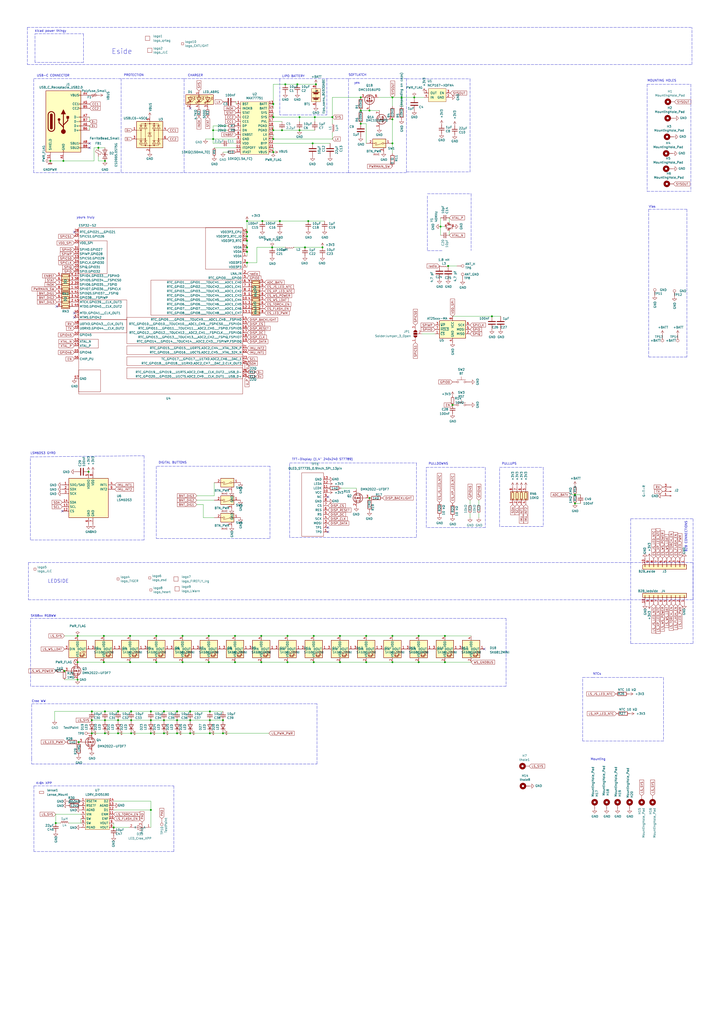
<source format=kicad_sch>
(kicad_sch (version 20210621) (generator eeschema)
  (paper "A2" portrait)
  (title_block (title "CATLIGHT MK2") (date "2021-07-23") (rev "REV 20"))
  (junction (at 29.21 93.345) (diameter 0.9144))
  (junction (at 32.385 477.52) (diameter 0.9144))
  (junction (at 36.83 93.345) (diameter 0.9144))
  (junction (at 37.465 389.255) (diameter 0.9144))
  (junction (at 45.085 368.935) (diameter 0.9144))
  (junction (at 45.085 384.175) (diameter 0.9144))
  (junction (at 45.085 394.335) (diameter 0.9144))
  (junction (at 45.72 430.53) (diameter 0.9144))
  (junction (at 51.435 273.685) (diameter 0.9144))
  (junction (at 53.34 412.75) (diameter 0.9144))
  (junction (at 53.34 417.83) (diameter 0.9144))
  (junction (at 53.34 425.45) (diameter 0.9144))
  (junction (at 57.15 85.725) (diameter 0.9144))
  (junction (at 60.325 368.935) (diameter 0.9144))
  (junction (at 60.325 384.175) (diameter 0.9144))
  (junction (at 60.96 93.345) (diameter 0.9144))
  (junction (at 60.96 412.75) (diameter 0.9144))
  (junction (at 60.96 417.83) (diameter 0.9144))
  (junction (at 60.96 425.45) (diameter 0.9144))
  (junction (at 66.04 480.06) (diameter 0.9144))
  (junction (at 68.58 412.75) (diameter 0.9144))
  (junction (at 68.58 417.83) (diameter 0.9144))
  (junction (at 68.58 425.45) (diameter 0.9144))
  (junction (at 75.565 368.935) (diameter 0.9144))
  (junction (at 75.565 384.175) (diameter 0.9144))
  (junction (at 76.2 412.75) (diameter 0.9144))
  (junction (at 76.2 417.83) (diameter 0.9144))
  (junction (at 76.2 425.45) (diameter 0.9144))
  (junction (at 87.63 412.75) (diameter 0.9144))
  (junction (at 87.63 417.83) (diameter 0.9144))
  (junction (at 87.63 425.45) (diameter 0.9144))
  (junction (at 87.63 469.9) (diameter 0.9144))
  (junction (at 90.805 368.935) (diameter 0.9144))
  (junction (at 90.805 384.175) (diameter 0.9144))
  (junction (at 95.25 412.75) (diameter 0.9144))
  (junction (at 95.25 417.83) (diameter 0.9144))
  (junction (at 95.25 425.45) (diameter 0.9144))
  (junction (at 102.87 412.75) (diameter 0.9144))
  (junction (at 102.87 417.83) (diameter 0.9144))
  (junction (at 102.87 425.45) (diameter 0.9144))
  (junction (at 106.045 368.935) (diameter 0.9144))
  (junction (at 106.045 384.175) (diameter 0.9144))
  (junction (at 110.49 412.75) (diameter 0.9144))
  (junction (at 110.49 417.83) (diameter 0.9144))
  (junction (at 110.49 425.45) (diameter 0.9144))
  (junction (at 121.285 368.935) (diameter 0.9144))
  (junction (at 121.285 384.175) (diameter 0.9144))
  (junction (at 121.92 412.75) (diameter 0.9144))
  (junction (at 121.92 417.83) (diameter 0.9144))
  (junction (at 121.92 425.45) (diameter 0.9144))
  (junction (at 123.825 75.565) (diameter 0.9144))
  (junction (at 123.825 80.645) (diameter 0.9144))
  (junction (at 129.54 417.83) (diameter 0.9144))
  (junction (at 129.54 425.45) (diameter 0.9144))
  (junction (at 136.525 368.935) (diameter 0.9144))
  (junction (at 136.525 384.175) (diameter 0.9144))
  (junction (at 143.51 128.27) (diameter 0.9144))
  (junction (at 143.51 134.62) (diameter 0.9144))
  (junction (at 143.51 137.16) (diameter 0.9144))
  (junction (at 143.51 139.7) (diameter 0.9144))
  (junction (at 143.51 143.51) (diameter 0.9144))
  (junction (at 143.51 146.05) (diameter 0.9144))
  (junction (at 143.51 152.4) (diameter 0.9144))
  (junction (at 151.765 368.935) (diameter 0.9144))
  (junction (at 151.765 384.175) (diameter 0.9144))
  (junction (at 152.4 128.27) (diameter 0.9144))
  (junction (at 158.115 143.51) (diameter 0.9144))
  (junction (at 158.75 60.325) (diameter 0.9144))
  (junction (at 158.75 67.945) (diameter 0.9144))
  (junction (at 158.75 75.565) (diameter 0.9144))
  (junction (at 158.75 80.645) (diameter 0.9144))
  (junction (at 158.75 88.265) (diameter 0.9144))
  (junction (at 162.56 128.27) (diameter 0.9144))
  (junction (at 163.83 75.565) (diameter 0.9144))
  (junction (at 165.735 48.895) (diameter 0.9144))
  (junction (at 167.005 368.935) (diameter 0.9144))
  (junction (at 167.005 384.175) (diameter 0.9144))
  (junction (at 172.72 48.895) (diameter 0.9144))
  (junction (at 173.99 67.945) (diameter 0.9144))
  (junction (at 173.99 75.565) (diameter 0.9144))
  (junction (at 177.165 143.51) (diameter 0.9144))
  (junction (at 179.07 128.27) (diameter 0.9144))
  (junction (at 181.61 83.185) (diameter 0.9144))
  (junction (at 182.245 368.935) (diameter 0.9144))
  (junction (at 182.245 384.175) (diameter 0.9144))
  (junction (at 182.88 67.945) (diameter 0.9144))
  (junction (at 183.515 48.895) (diameter 0.9144))
  (junction (at 187.325 143.51) (diameter 0.9144))
  (junction (at 193.04 67.945) (diameter 0.9144))
  (junction (at 197.485 368.935) (diameter 0.9144))
  (junction (at 197.485 384.175) (diameter 0.9144))
  (junction (at 209.55 56.515) (diameter 0.9144))
  (junction (at 209.55 64.135) (diameter 0.9144))
  (junction (at 209.55 71.755) (diameter 0.9144))
  (junction (at 212.725 368.935) (diameter 0.9144))
  (junction (at 212.725 384.175) (diameter 0.9144))
  (junction (at 214.63 64.135) (diameter 0.9144))
  (junction (at 214.63 288.925) (diameter 0.9144))
  (junction (at 227.965 56.515) (diameter 0.9144))
  (junction (at 227.965 69.215) (diameter 0.9144))
  (junction (at 227.965 83.185) (diameter 0.9144))
  (junction (at 227.965 368.935) (diameter 0.9144))
  (junction (at 227.965 384.175) (diameter 0.9144))
  (junction (at 233.299 56.515) (diameter 0.9144))
  (junction (at 240.665 56.515) (diameter 0.9144))
  (junction (at 243.205 368.935) (diameter 0.9144))
  (junction (at 243.205 384.175) (diameter 0.9144))
  (junction (at 255.905 131.445) (diameter 0.9144))
  (junction (at 258.445 368.935) (diameter 0.9144))
  (junction (at 258.445 384.175) (diameter 0.9144))
  (junction (at 260.35 154.305) (diameter 0.9144))
  (junction (at 262.89 234.95) (diameter 0.9144))
  (junction (at 285.75 183.515) (diameter 0.9144))
  (junction (at 334.01 287.02) (diameter 0.9144))
  (junction (at 334.01 292.1) (diameter 0.9144))
  (no_connect (at 33.02 177.8))
  (no_connect (at 36.195 296.545))
  (no_connect (at 43.18 134.62))
  (no_connect (at 43.18 181.61))
  (no_connect (at 43.18 184.15))
  (no_connect (at 52.07 83.185))
  (no_connect (at 52.07 85.725))
  (no_connect (at 110.49 62.865))
  (no_connect (at 190.5 288.29))
  (no_connect (at 190.5 306.07))
  (no_connect (at 190.5 308.61))
  (no_connect (at 281.305 376.555))
  (wire (pts (xy 29.21 93.345) (xy 36.83 93.345)))
  (wire (pts (xy 31.75 412.75) (xy 31.75 417.83)))
  (wire (pts (xy 32.385 472.44) (xy 46.99 472.44)))
  (wire (pts (xy 32.385 477.52) (xy 32.385 472.44)))
  (wire (pts (xy 34.925 477.52) (xy 32.385 477.52)))
  (wire (pts (xy 36.83 93.345) (xy 54.61 93.345)))
  (wire (pts (xy 37.465 368.935) (xy 45.085 368.935)))
  (wire (pts (xy 37.465 394.335) (xy 45.085 394.335)))
  (wire (pts (xy 40.005 477.52) (xy 46.99 477.52)))
  (wire (pts (xy 45.085 368.935) (xy 60.325 368.935)))
  (wire (pts (xy 45.085 384.175) (xy 60.325 384.175)))
  (wire (pts (xy 46.99 474.98) (xy 46.99 477.52)))
  (wire (pts (xy 52.07 67.945) (xy 52.07 70.485)))
  (wire (pts (xy 52.07 73.025) (xy 52.07 75.565)))
  (wire (pts (xy 53.34 412.75) (xy 31.75 412.75)))
  (wire (pts (xy 53.34 417.83) (xy 60.96 417.83)))
  (wire (pts (xy 53.34 425.45) (xy 60.96 425.45)))
  (wire (pts (xy 54.61 85.725) (xy 54.61 93.345)))
  (wire (pts (xy 54.61 85.725) (xy 57.15 85.725)))
  (wire (pts (xy 57.15 85.725) (xy 60.96 85.725)))
  (wire (pts (xy 57.15 90.805) (xy 57.15 93.345)))
  (wire (pts (xy 57.15 93.345) (xy 60.96 93.345)))
  (wire (pts (xy 60.325 368.935) (xy 75.565 368.935)))
  (wire (pts (xy 60.325 384.175) (xy 75.565 384.175)))
  (wire (pts (xy 60.96 412.75) (xy 53.34 412.75)))
  (wire (pts (xy 60.96 417.83) (xy 68.58 417.83)))
  (wire (pts (xy 60.96 425.45) (xy 68.58 425.45)))
  (wire (pts (xy 66.04 464.82) (xy 87.63 464.82)))
  (wire (pts (xy 66.04 469.9) (xy 87.63 469.9)))
  (wire (pts (xy 66.04 477.52) (xy 66.04 480.06)))
  (wire (pts (xy 66.04 480.06) (xy 74.93 480.06)))
  (wire (pts (xy 68.58 412.75) (xy 60.96 412.75)))
  (wire (pts (xy 68.58 417.83) (xy 76.2 417.83)))
  (wire (pts (xy 68.58 425.45) (xy 76.2 425.45)))
  (wire (pts (xy 75.565 368.935) (xy 90.805 368.935)))
  (wire (pts (xy 75.565 384.175) (xy 90.805 384.175)))
  (wire (pts (xy 76.2 412.75) (xy 68.58 412.75)))
  (wire (pts (xy 76.2 417.83) (xy 87.63 417.83)))
  (wire (pts (xy 76.2 425.45) (xy 87.63 425.45)))
  (wire (pts (xy 87.63 412.75) (xy 76.2 412.75)))
  (wire (pts (xy 87.63 417.83) (xy 95.25 417.83)))
  (wire (pts (xy 87.63 425.45) (xy 95.25 425.45)))
  (wire (pts (xy 87.63 464.82) (xy 87.63 469.9)))
  (wire (pts (xy 87.63 469.9) (xy 87.63 480.06)))
  (wire (pts (xy 90.805 368.935) (xy 106.045 368.935)))
  (wire (pts (xy 90.805 384.175) (xy 106.045 384.175)))
  (wire (pts (xy 95.25 412.75) (xy 87.63 412.75)))
  (wire (pts (xy 95.25 417.83) (xy 102.87 417.83)))
  (wire (pts (xy 95.25 425.45) (xy 102.87 425.45)))
  (wire (pts (xy 102.87 412.75) (xy 95.25 412.75)))
  (wire (pts (xy 102.87 417.83) (xy 110.49 417.83)))
  (wire (pts (xy 102.87 425.45) (xy 110.49 425.45)))
  (wire (pts (xy 106.045 368.935) (xy 121.285 368.935)))
  (wire (pts (xy 106.045 384.175) (xy 121.285 384.175)))
  (wire (pts (xy 110.49 412.75) (xy 102.87 412.75)))
  (wire (pts (xy 110.49 417.83) (xy 121.92 417.83)))
  (wire (pts (xy 110.49 425.45) (xy 121.92 425.45)))
  (wire (pts (xy 114.3 290.195) (xy 124.46 290.195)))
  (wire (pts (xy 114.3 292.735) (xy 118.11 292.735)))
  (wire (pts (xy 118.11 292.735) (xy 118.11 300.355)))
  (wire (pts (xy 118.11 300.355) (xy 124.46 300.355)))
  (wire (pts (xy 119.38 80.645) (xy 123.825 80.645)))
  (wire (pts (xy 121.285 368.935) (xy 136.525 368.935)))
  (wire (pts (xy 121.285 384.175) (xy 136.525 384.175)))
  (wire (pts (xy 121.92 412.75) (xy 110.49 412.75)))
  (wire (pts (xy 121.92 417.83) (xy 129.54 417.83)))
  (wire (pts (xy 121.92 425.45) (xy 129.54 425.45)))
  (wire (pts (xy 123.825 73.025) (xy 123.825 75.565)))
  (wire (pts (xy 123.825 75.565) (xy 123.825 80.645)))
  (wire (pts (xy 123.825 75.565) (xy 132.08 75.565)))
  (wire (pts (xy 123.825 83.185) (xy 123.825 80.645)))
  (wire (pts (xy 124.46 85.725) (xy 137.16 85.725)))
  (wire (pts (xy 124.46 280.035) (xy 124.46 287.655)))
  (wire (pts (xy 124.46 287.655) (xy 114.3 287.655)))
  (wire (pts (xy 128.27 83.185) (xy 123.825 83.185)))
  (wire (pts (xy 129.54 412.75) (xy 121.92 412.75)))
  (wire (pts (xy 129.54 425.45) (xy 156.21 425.45)))
  (wire (pts (xy 132.08 73.025) (xy 123.825 73.025)))
  (wire (pts (xy 132.08 88.265) (xy 129.54 88.265)))
  (wire (pts (xy 136.525 368.935) (xy 151.765 368.935)))
  (wire (pts (xy 136.525 384.175) (xy 151.765 384.175)))
  (wire (pts (xy 137.16 60.325) (xy 137.16 59.055)))
  (wire (pts (xy 137.16 80.645) (xy 123.825 80.645)))
  (wire (pts (xy 137.16 83.185) (xy 133.35 83.185)))
  (wire (pts (xy 143.51 128.27) (xy 143.51 134.62)))
  (wire (pts (xy 143.51 128.27) (xy 152.4 128.27)))
  (wire (pts (xy 143.51 134.62) (xy 143.51 137.16)))
  (wire (pts (xy 143.51 137.16) (xy 143.51 139.7)))
  (wire (pts (xy 143.51 139.7) (xy 143.51 143.51)))
  (wire (pts (xy 143.51 143.51) (xy 143.51 146.05)))
  (wire (pts (xy 143.51 146.05) (xy 143.51 148.59)))
  (wire (pts (xy 143.51 152.4) (xy 149.225 152.4)))
  (wire (pts (xy 143.51 154.94) (xy 143.51 152.4)))
  (wire (pts (xy 149.225 143.51) (xy 158.115 143.51)))
  (wire (pts (xy 149.225 152.4) (xy 149.225 143.51)))
  (wire (pts (xy 151.765 368.935) (xy 167.005 368.935)))
  (wire (pts (xy 151.765 384.175) (xy 167.005 384.175)))
  (wire (pts (xy 152.4 128.27) (xy 162.56 128.27)))
  (wire (pts (xy 158.75 48.895) (xy 158.75 60.325)))
  (wire (pts (xy 158.75 48.895) (xy 165.735 48.895)))
  (wire (pts (xy 158.75 60.325) (xy 158.75 62.865)))
  (wire (pts (xy 158.75 65.405) (xy 158.75 67.945)))
  (wire (pts (xy 158.75 67.945) (xy 173.99 67.945)))
  (wire (pts (xy 158.75 75.565) (xy 158.75 73.025)))
  (wire (pts (xy 158.75 78.105) (xy 158.75 80.645)))
  (wire (pts (xy 158.75 80.645) (xy 193.04 80.645)))
  (wire (pts (xy 158.75 83.185) (xy 181.61 83.185)))
  (wire (pts (xy 158.75 85.725) (xy 158.75 88.265)))
  (wire (pts (xy 162.56 128.27) (xy 179.07 128.27)))
  (wire (pts (xy 163.83 70.485) (xy 158.75 70.485)))
  (wire (pts (xy 163.83 75.565) (xy 158.75 75.565)))
  (wire (pts (xy 163.83 75.565) (xy 173.99 75.565)))
  (wire (pts (xy 165.735 48.895) (xy 172.72 48.895)))
  (wire (pts (xy 165.735 143.51) (xy 158.115 143.51)))
  (wire (pts (xy 167.005 368.935) (xy 182.245 368.935)))
  (wire (pts (xy 167.005 384.175) (xy 182.245 384.175)))
  (wire (pts (xy 170.815 143.51) (xy 177.165 143.51)))
  (wire (pts (xy 172.72 48.895) (xy 183.515 48.895)))
  (wire (pts (xy 173.99 67.945) (xy 173.99 70.485)))
  (wire (pts (xy 173.99 67.945) (xy 182.88 67.945)))
  (wire (pts (xy 173.99 75.565) (xy 182.88 75.565)))
  (wire (pts (xy 177.165 143.51) (xy 187.325 143.51)))
  (wire (pts (xy 179.07 128.27) (xy 188.595 128.27)))
  (wire (pts (xy 182.245 368.935) (xy 197.485 368.935)))
  (wire (pts (xy 182.245 384.175) (xy 197.485 384.175)))
  (wire (pts (xy 182.88 67.945) (xy 182.88 70.485)))
  (wire (pts (xy 182.88 67.945) (xy 193.04 67.945)))
  (wire (pts (xy 191.77 83.185) (xy 181.61 83.185)))
  (wire (pts (xy 193.04 56.515) (xy 193.04 67.945)))
  (wire (pts (xy 193.04 56.515) (xy 209.55 56.515)))
  (wire (pts (xy 193.04 71.755) (xy 193.04 67.945)))
  (wire (pts (xy 193.04 76.835) (xy 193.04 80.645)))
  (wire (pts (xy 197.485 368.935) (xy 212.725 368.935)))
  (wire (pts (xy 197.485 384.175) (xy 212.725 384.175)))
  (wire (pts (xy 198.12 283.21) (xy 207.01 283.21)))
  (wire (pts (xy 207.01 283.21) (xy 207.01 283.845)))
  (wire (pts (xy 209.423 64.135) (xy 209.55 64.135)))
  (wire (pts (xy 209.55 64.135) (xy 214.63 64.135)))
  (wire (pts (xy 209.55 71.755) (xy 212.725 71.755)))
  (wire (pts (xy 212.725 83.185) (xy 212.725 71.755)))
  (wire (pts (xy 212.725 368.935) (xy 227.965 368.935)))
  (wire (pts (xy 212.725 384.175) (xy 227.965 384.175)))
  (wire (pts (xy 214.63 64.135) (xy 220.345 64.135)))
  (wire (pts (xy 219.71 56.515) (xy 227.965 56.515)))
  (wire (pts (xy 227.965 56.515) (xy 227.965 61.595)))
  (wire (pts (xy 227.965 56.515) (xy 233.299 56.515)))
  (wire (pts (xy 227.965 69.215) (xy 227.965 83.185)))
  (wire (pts (xy 227.965 83.185) (xy 227.965 88.9)))
  (wire (pts (xy 227.965 368.935) (xy 243.205 368.935)))
  (wire (pts (xy 227.965 384.175) (xy 243.205 384.175)))
  (wire (pts (xy 233.299 56.515) (xy 240.665 56.515)))
  (wire (pts (xy 233.299 61.722) (xy 233.299 56.515)))
  (wire (pts (xy 240.665 56.515) (xy 246.38 56.515)))
  (wire (pts (xy 243.205 368.935) (xy 258.445 368.935)))
  (wire (pts (xy 243.205 384.175) (xy 258.445 384.175)))
  (wire (pts (xy 245.11 193.675) (xy 252.73 193.675)))
  (wire (pts (xy 255.905 131.445) (xy 255.905 126.365)))
  (wire (pts (xy 255.905 136.525) (xy 255.905 131.445)))
  (wire (pts (xy 258.445 131.445) (xy 255.905 131.445)))
  (wire (pts (xy 258.445 368.935) (xy 273.685 368.935)))
  (wire (pts (xy 258.445 384.175) (xy 273.685 384.175)))
  (wire (pts (xy 260.35 154.305) (xy 265.43 154.305)))
  (wire (pts (xy 260.985 128.905) (xy 260.985 126.365)))
  (wire (pts (xy 260.985 133.985) (xy 260.985 136.525)))
  (wire (pts (xy 262.89 183.515) (xy 285.75 183.515)))
  (wire (pts (xy 273.05 292.735) (xy 273.05 290.195)))
  (wire (pts (xy 273.05 300.355) (xy 273.05 297.815)))
  (wire (pts (xy 278.13 292.735) (xy 278.13 290.195)))
  (wire (pts (xy 278.13 300.355) (xy 278.13 297.815)))
  (wire (pts (xy 285.75 183.515) (xy 290.83 183.515)))
  (wire (pts (xy 331.47 287.02) (xy 334.01 287.02)))
  (wire (pts (xy 334.01 287.02) (xy 337.185 287.02)))
  (wire (pts (xy 334.01 292.1) (xy 337.185 292.1)))
  (polyline (pts (xy 15.875 15.875) (xy 15.875 37.465)) (stroke (width 0) (type dash)))
  (polyline (pts (xy 15.875 15.875) (xy 401.955 15.875)) (stroke (width 0) (type dash)))
  (polyline (pts (xy 15.875 37.465) (xy 401.955 37.465)) (stroke (width 0) (type dash)))
  (polyline (pts (xy 16.51 326.39) (xy 16.51 347.98)) (stroke (width 0) (type dash)))
  (polyline (pts (xy 16.51 326.39) (xy 402.59 326.39)) (stroke (width 0) (type dash)))
  (polyline (pts (xy 16.51 347.98) (xy 402.59 347.98)) (stroke (width 0) (type dash)))
  (polyline (pts (xy 17.653 265.049) (xy 18.288 265.049)) (stroke (width 0) (type dash)))
  (polyline (pts (xy 17.653 313.309) (xy 17.653 265.049)) (stroke (width 0) (type dash)))
  (polyline (pts (xy 17.78 358.775) (xy 24.765 358.775)) (stroke (width 0) (type dash)))
  (polyline (pts (xy 17.78 398.145) (xy 17.78 358.775)) (stroke (width 0) (type dash)))
  (polyline (pts (xy 18.288 265.049) (xy 83.693 264.414)) (stroke (width 0) (type dash)))
  (polyline (pts (xy 18.415 408.305) (xy 180.975 408.305)) (stroke (width 0) (type dash)))
  (polyline (pts (xy 18.415 440.055) (xy 18.415 408.305)) (stroke (width 0) (type dash)))
  (polyline (pts (xy 18.415 440.055) (xy 18.415 443.23)) (stroke (width 0) (type dash)))
  (polyline (pts (xy 18.415 443.23) (xy 184.15 443.23)) (stroke (width 0) (type dash)))
  (polyline (pts (xy 19.558 45.593) (xy 68.072 45.593)) (stroke (width 0) (type dash)))
  (polyline (pts (xy 19.558 100.203) (xy 19.558 45.593)) (stroke (width 0) (type dash)))
  (polyline (pts (xy 19.685 455.93) (xy 19.685 494.03)) (stroke (width 0) (type dash)))
  (polyline (pts (xy 19.685 455.93) (xy 100.965 455.93)) (stroke (width 0) (type dash)))
  (polyline (pts (xy 20.32 19.558) (xy 48.514 19.558)) (stroke (width 0) (type dash)))
  (polyline (pts (xy 20.32 36.195) (xy 20.32 19.558)) (stroke (width 0) (type dash)))
  (polyline (pts (xy 24.765 358.775) (xy 100.965 358.775)) (stroke (width 0) (type dash)))
  (polyline (pts (xy 24.765 398.145) (xy 17.78 398.145)) (stroke (width 0) (type dash)))
  (polyline (pts (xy 48.514 19.558) (xy 48.514 36.195)) (stroke (width 0) (type dash)))
  (polyline (pts (xy 48.514 36.195) (xy 20.32 36.195)) (stroke (width 0) (type dash)))
  (polyline (pts (xy 68.072 100.203) (xy 106.934 100.203)) (stroke (width 0) (type dash)))
  (polyline (pts (xy 68.199 100.203) (xy 19.558 100.203)) (stroke (width 0) (type dash)))
  (polyline (pts (xy 70.358 45.593) (xy 70.358 100.203)) (stroke (width 0) (type dash)))
  (polyline (pts (xy 83.693 264.414) (xy 83.693 313.309)) (stroke (width 0) (type dash)))
  (polyline (pts (xy 83.693 313.309) (xy 17.653 313.309)) (stroke (width 0) (type dash)))
  (polyline (pts (xy 90.805 270.51) (xy 90.805 312.42)) (stroke (width 0) (type dash)))
  (polyline (pts (xy 90.805 312.42) (xy 156.845 312.42)) (stroke (width 0) (type dash)))
  (polyline (pts (xy 100.965 358.775) (xy 294.005 358.775)) (stroke (width 0) (type dash)))
  (polyline (pts (xy 100.965 398.145) (xy 24.765 398.145)) (stroke (width 0) (type dash)))
  (polyline (pts (xy 100.965 455.93) (xy 100.965 494.03)) (stroke (width 0) (type dash)))
  (polyline (pts (xy 100.965 494.03) (xy 19.685 494.03)) (stroke (width 0) (type dash)))
  (polyline (pts (xy 106.934 45.593) (xy 68.072 45.593)) (stroke (width 0) (type dash)))
  (polyline (pts (xy 106.934 45.593) (xy 202.438 45.593)) (stroke (width 0) (type dash)))
  (polyline (pts (xy 106.934 100.203) (xy 106.934 45.593)) (stroke (width 0) (type dash)))
  (polyline (pts (xy 156.845 270.51) (xy 90.805 270.51)) (stroke (width 0) (type dash)))
  (polyline (pts (xy 156.845 312.42) (xy 156.845 270.51)) (stroke (width 0) (type dash)))
  (polyline (pts (xy 162.56 45.72) (xy 162.56 66.04)) (stroke (width 0) (type dash)))
  (polyline (pts (xy 162.56 66.675) (xy 162.56 66.04)) (stroke (width 0) (type dash)))
  (polyline (pts (xy 163.195 66.675) (xy 162.56 66.675)) (stroke (width 0) (type dash)))
  (polyline (pts (xy 165.735 66.675) (xy 163.195 66.675)) (stroke (width 0) (type dash)))
  (polyline (pts (xy 165.735 66.675) (xy 189.865 66.675)) (stroke (width 0) (type dash)))
  (polyline (pts (xy 168.275 268.605) (xy 241.935 268.605)) (stroke (width 0) (type dash)))
  (polyline (pts (xy 168.275 311.785) (xy 168.275 268.605)) (stroke (width 0) (type dash)))
  (polyline (pts (xy 184.15 408.305) (xy 180.975 408.305)) (stroke (width 0) (type dash)))
  (polyline (pts (xy 184.15 443.23) (xy 184.15 408.305)) (stroke (width 0) (type dash)))
  (polyline (pts (xy 189.865 45.72) (xy 189.865 66.04)) (stroke (width 0) (type dash)))
  (polyline (pts (xy 189.865 66.04) (xy 189.865 66.675)) (stroke (width 0) (type dash)))
  (polyline (pts (xy 202.438 45.593) (xy 236.093 45.593)) (stroke (width 0) (type dash)))
  (polyline (pts (xy 202.438 100.203) (xy 106.934 100.203)) (stroke (width 0) (type dash)))
  (polyline (pts (xy 202.438 100.203) (xy 202.438 45.593)) (stroke (width 0) (type dash)))
  (polyline (pts (xy 236.093 45.593) (xy 236.093 100.203)) (stroke (width 0) (type dash)))
  (polyline (pts (xy 236.093 100.203) (xy 202.438 100.203)) (stroke (width 0) (type dash)))
  (polyline (pts (xy 236.22 45.72) (xy 273.05 45.72)) (stroke (width 0) (type dash)))
  (polyline (pts (xy 236.22 99.695) (xy 273.05 99.695)) (stroke (width 0) (type dash)))
  (polyline (pts (xy 241.935 268.605) (xy 241.935 311.785)) (stroke (width 0) (type dash)))
  (polyline (pts (xy 241.935 311.785) (xy 168.275 311.785)) (stroke (width 0) (type dash)))
  (polyline (pts (xy 247.65 271.145) (xy 281.94 271.145)) (stroke (width 0) (type dash)))
  (polyline (pts (xy 247.65 306.07) (xy 247.65 271.145)) (stroke (width 0) (type dash)))
  (polyline (pts (xy 248.285 112.395) (xy 273.685 112.395)) (stroke (width 0) (type dash)))
  (polyline (pts (xy 248.285 113.665) (xy 248.285 145.415)) (stroke (width 0) (type dash)))
  (polyline (pts (xy 248.285 145.415) (xy 257.175 145.415)) (stroke (width 0) (type dash)))
  (polyline (pts (xy 273.05 45.72) (xy 273.05 99.695)) (stroke (width 0) (type dash)))
  (polyline (pts (xy 273.685 112.395) (xy 273.685 145.415)) (stroke (width 0) (type dash)))
  (polyline (pts (xy 281.94 271.145) (xy 281.94 306.07)) (stroke (width 0) (type dash)))
  (polyline (pts (xy 281.94 306.07) (xy 247.65 306.07)) (stroke (width 0) (type dash)))
  (polyline (pts (xy 290.195 271.145) (xy 315.595 271.145)) (stroke (width 0) (type dash)))
  (polyline (pts (xy 290.195 305.435) (xy 290.195 271.145)) (stroke (width 0) (type dash)))
  (polyline (pts (xy 294.005 358.775) (xy 294.005 398.145)) (stroke (width 0) (type dash)))
  (polyline (pts (xy 294.005 398.145) (xy 100.965 398.145)) (stroke (width 0) (type dash)))
  (polyline (pts (xy 315.595 271.145) (xy 315.595 305.435)) (stroke (width 0) (type dash)))
  (polyline (pts (xy 315.595 305.435) (xy 290.195 305.435)) (stroke (width 0) (type dash)))
  (polyline (pts (xy 338.455 393.065) (xy 344.17 393.065)) (stroke (width 0) (type dash)))
  (polyline (pts (xy 338.455 429.895) (xy 338.455 393.065)) (stroke (width 0) (type dash)))
  (polyline (pts (xy 344.17 393.065) (xy 385.445 393.065)) (stroke (width 0) (type dash)))
  (polyline (pts (xy 366.395 300.99) (xy 402.59 300.99)) (stroke (width 0) (type dash)))
  (polyline (pts (xy 366.395 373.38) (xy 366.395 300.99)) (stroke (width 0) (type dash)))
  (polyline (pts (xy 366.395 373.38) (xy 402.59 373.38)) (stroke (width 0) (type dash)))
  (polyline (pts (xy 375.92 48.895) (xy 375.92 110.998)) (stroke (width 0) (type dash)))
  (polyline (pts (xy 375.92 48.895) (xy 401.32 48.895)) (stroke (width 0) (type dash)))
  (polyline (pts (xy 375.92 110.998) (xy 401.32 110.998)) (stroke (width 0) (type dash)))
  (polyline (pts (xy 376.809 121.412) (xy 376.809 207.137)) (stroke (width 0) (type dash)))
  (polyline (pts (xy 376.809 121.412) (xy 399.034 121.412)) (stroke (width 0) (type dash)))
  (polyline (pts (xy 385.445 393.065) (xy 385.445 429.895)) (stroke (width 0) (type dash)))
  (polyline (pts (xy 385.445 429.895) (xy 338.455 429.895)) (stroke (width 0) (type dash)))
  (polyline (pts (xy 399.034 121.412) (xy 399.034 207.137)) (stroke (width 0) (type dash)))
  (polyline (pts (xy 399.034 207.137) (xy 376.809 207.137)) (stroke (width 0) (type dash)))
  (polyline (pts (xy 401.32 48.895) (xy 401.32 110.998)) (stroke (width 0) (type dash)))
  (polyline (pts (xy 401.955 37.465) (xy 401.955 15.875)) (stroke (width 0) (type dash)))
  (polyline (pts (xy 402.59 300.99) (xy 402.59 346.075)) (stroke (width 0) (type dash)))
  (polyline (pts (xy 402.59 347.98) (xy 402.59 326.39)) (stroke (width 0) (type dash)))
  (polyline (pts (xy 402.59 373.38) (xy 402.59 346.075)) (stroke (width 0) (type dash)))
  (text "LSM6DS3 GYRO" (at 17.653 263.779 0) (effects (font (size 1.27 1.27)) (justify left bottom)))
  (text "SK68xx RGBWW \n" (at 17.78 358.14 0) (effects (font (size 1.27 1.27)) (justify left bottom)))
  (text "kicad power thingy" (at 20.193 18.796 0) (effects (font (size 1.27 1.27)) (justify left bottom)))
  (text "Kräh XPP" (at 20.955 455.295 0) (effects (font (size 1.27 1.27)) (justify left bottom)))
  (text "USB-C CONNECTOR\n" (at 21.336 44.704 0) (effects (font (size 1.27 1.27)) (justify left bottom)))
  (text "Cree WW\n" (at 26.67 407.67 180) (effects (font (size 1.27 1.27)) (justify right bottom)))
  (text "LEDSIDE" (at 40.005 338.455 180) (effects (font (size 2 2)) (justify right bottom)))
  (text "yours truly" (at 44.45 127 0) (effects (font (size 1.27 1.27)) (justify left bottom)))
  (text "PROTECTION\n" (at 71.882 44.45 0) (effects (font (size 1.27 1.27)) (justify left bottom)))
  (text "Eside" (at 76.835 31.75 180) (effects (font (size 3 3)) (justify right bottom)))
  (text "DIGITAL BUTTONS\n" (at 92.075 269.24 0) (effects (font (size 1.27 1.27)) (justify left bottom)))
  (text "CHARGER\n" (at 109.093 44.577 0) (effects (font (size 1.27 1.27)) (justify left bottom)))
  (text "LIPO BATTERY" (at 163.83 45.085 0) (effects (font (size 1.27 1.27)) (justify left bottom)))
  (text "TFT-Display (1,4\" 240x240 ST7789)" (at 169.545 267.335 0) (effects (font (size 1.27 1.27)) (justify left bottom)))
  (text "SOFTLATCH\n" (at 202.438 44.323 0) (effects (font (size 1.27 1.27)) (justify left bottom)))
  (text "yes" (at 205.74 48.895 0) (effects (font (size 1.27 1.27)) (justify left bottom)))
  (text "PULLDOWNS\n" (at 248.92 269.875 0) (effects (font (size 1.27 1.27)) (justify left bottom)))
  (text "PULLUPS\n" (at 291.465 269.875 0) (effects (font (size 1.27 1.27)) (justify left bottom)))
  (text "NTCs\n" (at 349.25 391.795 180) (effects (font (size 1.27 1.27)) (justify right bottom)))
  (text "Mounting\n" (at 351.79 441.325 180) (effects (font (size 1.27 1.27)) (justify right bottom)))
  (text "MOUNTING HOLES" (at 376.047 47.625 0) (effects (font (size 1.27 1.27)) (justify left bottom)))
  (text "Vias" (at 376.809 120.777 0) (effects (font (size 1.27 1.27)) (justify left bottom)))
  (text "B2B CONNECTIONS\n\n" (at 401.32 302.26 270) (effects (font (size 1.27 1.27)) (justify right bottom)))
  (global_label "LS_WS_POWER" (shape input) (at 32.385 389.255 180) (property "Intersheet References" "${INTERSHEET_REFS}" (effects hide)))
  (global_label "LS_SYS" (shape input) (at 32.385 472.44 180) (property "Intersheet References" "${INTERSHEET_REFS}" (effects hide)))
  (global_label "ENBST" (shape input) (at 33.02 160.02 180) (property "Intersheet References" "${INTERSHEET_REFS}" (effects hide)))
  (global_label "STAT" (shape input) (at 33.02 162.56 180) (property "Intersheet References" "${INTERSHEET_REFS}" (effects hide)))
  (global_label "INOK" (shape input) (at 33.02 165.1 180) (property "Intersheet References" "${INTERSHEET_REFS}" (effects hide)))
  (global_label "PWRMAIN_SW" (shape input) (at 33.02 167.64 180) (property "Intersheet References" "${INTERSHEET_REFS}" (effects hide)))
  (global_label "BNT_DIG1" (shape input) (at 33.02 170.18 180) (property "Intersheet References" "${INTERSHEET_REFS}" (effects hide)))
  (global_label "BNT_DIG2" (shape input) (at 33.02 172.72 180) (property "Intersheet References" "${INTERSHEET_REFS}" (effects hide)))
  (global_label "BNT_DIG3" (shape input) (at 33.02 175.26 180) (property "Intersheet References" "${INTERSHEET_REFS}" (effects hide)))
  (global_label "SDA" (shape input) (at 36.195 291.465 180) (property "Intersheet References" "${INTERSHEET_REFS}" (effects hide)))
  (global_label "SCL" (shape input) (at 36.195 294.005 180) (property "Intersheet References" "${INTERSHEET_REFS}" (effects hide)))
  (global_label "LS_SYS" (shape input) (at 37.465 368.935 180) (property "Intersheet References" "${INTERSHEET_REFS}" (effects hide)))
  (global_label "LS_WS_LDAT" (shape input) (at 37.465 376.555 180) (property "Intersheet References" "${INTERSHEET_REFS}" (effects hide)))
  (global_label "LS_LED_PWM" (shape input) (at 38.1 430.53 180) (property "Intersheet References" "${INTERSHEET_REFS}" (effects hide)))
  (global_label "SPICS1" (shape input) (at 43.18 137.16 180) (property "Intersheet References" "${INTERSHEET_REFS}" (effects hide)))
  (global_label "VDD_SPI" (shape input) (at 43.18 140.97 180) (property "Intersheet References" "${INTERSHEET_REFS}" (effects hide)))
  (global_label "SPIHD" (shape input) (at 43.18 144.78 180) (property "Intersheet References" "${INTERSHEET_REFS}" (effects hide)))
  (global_label "SPIWP" (shape input) (at 43.18 147.32 180) (property "Intersheet References" "${INTERSHEET_REFS}" (effects hide)))
  (global_label "SPICS0" (shape input) (at 43.18 149.86 180) (property "Intersheet References" "${INTERSHEET_REFS}" (effects hide)))
  (global_label "SPICLK" (shape input) (at 43.18 152.4 180) (property "Intersheet References" "${INTERSHEET_REFS}" (effects hide)))
  (global_label "SPIQ" (shape input) (at 43.18 154.94 180) (property "Intersheet References" "${INTERSHEET_REFS}" (effects hide)))
  (global_label "SPID" (shape input) (at 43.18 157.48 180) (property "Intersheet References" "${INTERSHEET_REFS}" (effects hide)))
  (global_label "RX" (shape input) (at 43.18 187.96 180) (property "Intersheet References" "${INTERSHEET_REFS}" (effects hide)))
  (global_label "TX" (shape input) (at 43.18 190.5 180) (property "Intersheet References" "${INTERSHEET_REFS}" (effects hide)))
  (global_label "GPIO45" (shape input) (at 43.18 194.31 180) (property "Intersheet References" "${INTERSHEET_REFS}" (effects hide)))
  (global_label "XTAL_N" (shape input) (at 43.18 198.12 180) (property "Intersheet References" "${INTERSHEET_REFS}" (effects hide)))
  (global_label "XTAL_P" (shape input) (at 43.18 200.66 180) (property "Intersheet References" "${INTERSHEET_REFS}" (effects hide)))
  (global_label "GPIO46" (shape input) (at 43.18 204.47 180) (property "Intersheet References" "${INTERSHEET_REFS}" (effects hide)))
  (global_label "EN" (shape input) (at 43.18 208.28 180) (property "Intersheet References" "${INTERSHEET_REFS}" (effects hide)))
  (global_label "CC1" (shape input) (at 52.07 60.325 0) (property "Intersheet References" "${INTERSHEET_REFS}" (effects hide)))
  (global_label "CC2" (shape input) (at 52.07 62.865 0) (property "Intersheet References" "${INTERSHEET_REFS}" (effects hide)))
  (global_label "D-" (shape input) (at 52.07 70.485 0) (effects (font (size 0.9906 0.9906))) (property "Intersheet References" "${INTERSHEET_REFS}" (effects hide)))
  (global_label "D+" (shape input) (at 52.07 73.025 0) (effects (font (size 0.9906 0.9906))) (property "Intersheet References" "${INTERSHEET_REFS}" (effects hide)))
  (global_label "LS_SYS" (shape input) (at 53.34 417.83 180) (property "Intersheet References" "${INTERSHEET_REFS}" (effects hide)))
  (global_label "LS_TORCH_EN" (shape input) (at 66.04 472.44 0) (property "Intersheet References" "${INTERSHEET_REFS}" (effects hide)))
  (global_label "LS_FLASH_EN" (shape input) (at 66.04 474.98 0) (property "Intersheet References" "${INTERSHEET_REFS}" (effects hide)))
  (global_label "IMU_INT1" (shape input) (at 66.675 281.305 0) (property "Intersheet References" "${INTERSHEET_REFS}" (effects hide)))
  (global_label "IMU_INT2" (shape input) (at 66.675 283.845 0) (property "Intersheet References" "${INTERSHEET_REFS}" (effects hide)))
  (global_label "D+" (shape input) (at 76.835 75.565 180) (effects (font (size 0.9906 0.9906))) (property "Intersheet References" "${INTERSHEET_REFS}" (effects hide)))
  (global_label "D-" (shape input) (at 76.835 80.645 180) (effects (font (size 0.9906 0.9906))) (property "Intersheet References" "${INTERSHEET_REFS}" (effects hide)))
  (global_label "PAD" (shape input) (at 82.55 476.885 90) (property "Intersheet References" "${INTERSHEET_REFS}" (effects hide)))
  (global_label "PAD" (shape input) (at 93.98 474.98 90) (property "Intersheet References" "${INTERSHEET_REFS}" (effects hide)))
  (global_label "CC1" (shape input) (at 97.155 75.565 0) (property "Intersheet References" "${INTERSHEET_REFS}" (effects hide)))
  (global_label "CC2" (shape input) (at 97.155 80.645 0) (property "Intersheet References" "${INTERSHEET_REFS}" (effects hide)))
  (global_label "BNT_DIG3" (shape input) (at 114.3 287.655 180) (property "Intersheet References" "${INTERSHEET_REFS}" (effects hide)))
  (global_label "BNT_DIG2" (shape input) (at 114.3 290.195 180) (property "Intersheet References" "${INTERSHEET_REFS}" (effects hide)))
  (global_label "BNT_DIG1" (shape input) (at 114.3 292.735 180) (property "Intersheet References" "${INTERSHEET_REFS}" (effects hide)))
  (global_label "SYS" (shape input) (at 115.57 52.705 90) (property "Intersheet References" "${INTERSHEET_REFS}" (effects hide)))
  (global_label "INOK" (shape input) (at 115.57 67.945 270) (property "Intersheet References" "${INTERSHEET_REFS}" (effects hide)))
  (global_label "STAT" (shape input) (at 120.65 67.945 270) (property "Intersheet References" "${INTERSHEET_REFS}" (effects hide)))
  (global_label "LX" (shape input) (at 129.54 59.055 180) (property "Intersheet References" "${INTERSHEET_REFS}" (effects hide)))
  (global_label "INOK" (shape input) (at 137.16 62.865 180) (property "Intersheet References" "${INTERSHEET_REFS}" (effects hide)))
  (global_label "STAT" (shape input) (at 137.16 65.405 180) (property "Intersheet References" "${INTERSHEET_REFS}" (effects hide)))
  (global_label "CC2" (shape input) (at 137.16 67.945 180) (property "Intersheet References" "${INTERSHEET_REFS}" (effects hide)))
  (global_label "CC1" (shape input) (at 137.16 70.485 180) (property "Intersheet References" "${INTERSHEET_REFS}" (effects hide)))
  (global_label "ENBST" (shape input) (at 137.16 78.105 180) (property "Intersheet References" "${INTERSHEET_REFS}" (effects hide)))
  (global_label "radio" (shape input) (at 143.51 158.75 0) (property "Intersheet References" "${INTERSHEET_REFS}" (effects hide)))
  (global_label "GPIO0" (shape input) (at 143.51 161.29 0) (property "Intersheet References" "${INTERSHEET_REFS}" (effects hide)))
  (global_label "DISP_BACKLIGHT" (shape input) (at 143.51 185.42 0) (property "Intersheet References" "${INTERSHEET_REFS}" (effects hide)))
  (global_label "DISP_CS" (shape input) (at 143.51 187.96 0) (property "Intersheet References" "${INTERSHEET_REFS}" (effects hide)))
  (global_label "DISP_RESET" (shape input) (at 143.51 190.5 0) (property "Intersheet References" "${INTERSHEET_REFS}" (effects hide)))
  (global_label "DISP_DC" (shape input) (at 143.51 193.04 0) (property "Intersheet References" "${INTERSHEET_REFS}" (effects hide)))
  (global_label "DISP_CLK" (shape input) (at 143.51 195.58 0) (property "Intersheet References" "${INTERSHEET_REFS}" (effects hide)))
  (global_label "DISP_DATA" (shape input) (at 143.51 198.12 0) (property "Intersheet References" "${INTERSHEET_REFS}" (effects hide)))
  (global_label "IMU_INT2" (shape input) (at 143.51 201.93 0) (property "Intersheet References" "${INTERSHEET_REFS}" (effects hide)))
  (global_label "IMU_INT1" (shape input) (at 143.51 204.47 0) (property "Intersheet References" "${INTERSHEET_REFS}" (effects hide)))
  (global_label "SCL" (shape input) (at 143.51 208.28 0) (property "Intersheet References" "${INTERSHEET_REFS}" (effects hide)))
  (global_label "SDA" (shape input) (at 143.51 210.82 0) (property "Intersheet References" "${INTERSHEET_REFS}" (effects hide)))
  (global_label "U_N" (shape input) (at 143.51 215.9 90) (property "Intersheet References" "${INTERSHEET_REFS}" (effects hide)))
  (global_label "U_P" (shape input) (at 143.51 218.44 270) (property "Intersheet References" "${INTERSHEET_REFS}" (effects hide)))
  (global_label "D-" (shape input) (at 148.59 215.9 0) (effects (font (size 0.9906 0.9906))) (property "Intersheet References" "${INTERSHEET_REFS}" (effects hide)))
  (global_label "D+" (shape input) (at 148.59 218.44 0) (effects (font (size 0.9906 0.9906))) (property "Intersheet References" "${INTERSHEET_REFS}" (effects hide)))
  (global_label "ADC_BATV" (shape input) (at 153.67 163.83 0) (property "Intersheet References" "${INTERSHEET_REFS}" (effects hide)))
  (global_label "ES_JS_LED_NTC" (shape input) (at 153.67 166.37 0) (property "Intersheet References" "${INTERSHEET_REFS}" (effects hide)))
  (global_label "ES_XP_LED_NTC" (shape input) (at 153.67 168.91 0) (property "Intersheet References" "${INTERSHEET_REFS}" (effects hide)))
  (global_label "ES_WS_POWER" (shape input) (at 153.67 171.45 0) (property "Intersheet References" "${INTERSHEET_REFS}" (effects hide)))
  (global_label "ES_WS_LDAT" (shape input) (at 153.67 173.99 0) (property "Intersheet References" "${INTERSHEET_REFS}" (effects hide)))
  (global_label "ES_TORCH_EN" (shape input) (at 153.67 176.53 0) (property "Intersheet References" "${INTERSHEET_REFS}" (effects hide)))
  (global_label "ES_FLASH_EN" (shape input) (at 153.67 179.07 0) (property "Intersheet References" "${INTERSHEET_REFS}" (effects hide)))
  (global_label "ES_LED_PWM" (shape input) (at 153.67 181.61 0) (property "Intersheet References" "${INTERSHEET_REFS}" (effects hide)))
  (global_label "LS_PWM_PWR" (shape input) (at 156.21 425.45 0) (property "Intersheet References" "${INTERSHEET_REFS}" (effects hide)))
  (global_label "DISP_CS" (shape input) (at 190.5 293.37 0) (property "Intersheet References" "${INTERSHEET_REFS}" (effects hide)))
  (global_label "DISP_RESET" (shape input) (at 190.5 295.91 0) (property "Intersheet References" "${INTERSHEET_REFS}" (effects hide)))
  (global_label "DISP_DC" (shape input) (at 190.5 298.45 0) (property "Intersheet References" "${INTERSHEET_REFS}" (effects hide)))
  (global_label "DISP_CLK" (shape input) (at 190.5 300.99 0) (property "Intersheet References" "${INTERSHEET_REFS}" (effects hide)))
  (global_label "DISP_DATA" (shape input) (at 190.5 303.53 0) (property "Intersheet References" "${INTERSHEET_REFS}" (effects hide)))
  (global_label "SYS" (shape input) (at 193.04 67.945 0) (property "Intersheet References" "${INTERSHEET_REFS}" (effects hide)))
  (global_label "LX" (shape input) (at 193.04 80.645 0) (property "Intersheet References" "${INTERSHEET_REFS}" (effects hide)))
  (global_label "DISP_BACKLIGHT" (shape input) (at 222.25 288.925 0) (property "Intersheet References" "${INTERSHEET_REFS}" (effects hide)))
  (global_label "PWRMAIN_SW" (shape input) (at 227.965 96.52 180) (property "Intersheet References" "${INTERSHEET_REFS}" (effects hide)))
  (global_label "SYSOUT" (shape input) (at 228.092 56.515 90) (property "Intersheet References" "${INTERSHEET_REFS}" (effects hide)))
  (global_label "SPICS0" (shape input) (at 241.3 188.595 90) (property "Intersheet References" "${INTERSHEET_REFS}" (effects hide)))
  (global_label "SPICS1" (shape input) (at 241.3 198.755 270) (property "Intersheet References" "${INTERSHEET_REFS}" (effects hide)))
  (global_label "SPIWP" (shape input) (at 252.73 188.595 180) (property "Intersheet References" "${INTERSHEET_REFS}" (effects hide)))
  (global_label "SPIHD" (shape input) (at 252.73 191.135 180) (property "Intersheet References" "${INTERSHEET_REFS}" (effects hide)))
  (global_label "radio" (shape input) (at 255.27 154.305 180) (property "Intersheet References" "${INTERSHEET_REFS}" (effects hide)))
  (global_label "ES_JS_LED_NTC" (shape input) (at 255.27 291.465 90) (property "Intersheet References" "${INTERSHEET_REFS}" (effects hide)))
  (global_label "XTAL_P" (shape input) (at 260.985 126.365 0) (property "Intersheet References" "${INTERSHEET_REFS}" (effects hide)))
  (global_label "XTAL_N" (shape input) (at 260.985 136.525 0) (property "Intersheet References" "${INTERSHEET_REFS}" (effects hide)))
  (global_label "SYSOUT" (shape input) (at 261.62 53.975 0) (property "Intersheet References" "${INTERSHEET_REFS}" (effects hide)))
  (global_label "VDD_SPI" (shape input) (at 262.89 183.515 90) (property "Intersheet References" "${INTERSHEET_REFS}" (effects hide)))
  (global_label "GPIO0" (shape input) (at 262.89 221.615 180) (property "Intersheet References" "${INTERSHEET_REFS}" (effects hide)))
  (global_label "EN" (shape input) (at 262.89 234.95 180) (property "Intersheet References" "${INTERSHEET_REFS}" (effects hide)))
  (global_label "ES_XP_LED_NTC" (shape input) (at 262.89 292.1 90) (property "Intersheet References" "${INTERSHEET_REFS}" (effects hide)))
  (global_label "SPICLK" (shape input) (at 273.05 188.595 0) (property "Intersheet References" "${INTERSHEET_REFS}" (effects hide)))
  (global_label "SPID" (shape input) (at 273.05 191.135 0) (property "Intersheet References" "${INTERSHEET_REFS}" (effects hide)))
  (global_label "SPIQ" (shape input) (at 273.05 193.675 0) (property "Intersheet References" "${INTERSHEET_REFS}" (effects hide)))
  (global_label "GPIO45" (shape input) (at 273.05 290.195 90) (property "Intersheet References" "${INTERSHEET_REFS}" (effects hide)))
  (global_label "WS_GNDBUS" (shape input) (at 273.685 384.175 0) (property "Intersheet References" "${INTERSHEET_REFS}" (effects hide)))
  (global_label "GPIO46" (shape input) (at 278.13 290.195 90) (property "Intersheet References" "${INTERSHEET_REFS}" (effects hide)))
  (global_label "SDA" (shape input) (at 297.815 292.735 270) (property "Intersheet References" "${INTERSHEET_REFS}" (effects hide)))
  (global_label "SCL" (shape input) (at 300.355 292.735 270) (property "Intersheet References" "${INTERSHEET_REFS}" (effects hide)))
  (global_label "IMU_INT1" (shape input) (at 302.895 292.735 270) (property "Intersheet References" "${INTERSHEET_REFS}" (effects hide)))
  (global_label "IMU_INT2" (shape input) (at 305.435 292.735 270) (property "Intersheet References" "${INTERSHEET_REFS}" (effects hide)))
  (global_label "LS_SYS" (shape input) (at 307.34 444.5 0) (property "Intersheet References" "${INTERSHEET_REFS}" (effects hide)))
  (global_label "ADC_BATV" (shape input) (at 331.47 287.02 180) (property "Intersheet References" "${INTERSHEET_REFS}" (effects hide)))
  (global_label "LS_JS_LED_NTC" (shape input) (at 357.505 402.59 180) (property "Intersheet References" "${INTERSHEET_REFS}" (effects hide)))
  (global_label "LS_XP_LED_NTC" (shape input) (at 358.14 414.02 180) (property "Intersheet References" "${INTERSHEET_REFS}" (effects hide)))
  (global_label "LS_SYS" (shape input) (at 372.745 461.645 90) (property "Intersheet References" "${INTERSHEET_REFS}" (effects hide)))
  (global_label "LS_SYS" (shape input) (at 379.095 461.645 90) (property "Intersheet References" "${INTERSHEET_REFS}" (effects hide)))
  (global_label "ES_JS_LED_NTC" (shape input) (at 379.73 323.85 90) (property "Intersheet References" "${INTERSHEET_REFS}" (effects hide)))
  (global_label "LS_JS_LED_NTC" (shape input) (at 379.73 350.52 270) (property "Intersheet References" "${INTERSHEET_REFS}" (effects hide)))
  (global_label "ES_XP_LED_NTC" (shape input) (at 382.27 323.85 90) (property "Intersheet References" "${INTERSHEET_REFS}" (effects hide)))
  (global_label "LS_XP_LED_NTC" (shape input) (at 382.27 350.52 270) (property "Intersheet References" "${INTERSHEET_REFS}" (effects hide)))
  (global_label "RX" (shape input) (at 384.81 282.575 180) (property "Intersheet References" "${INTERSHEET_REFS}" (effects hide)))
  (global_label "TX" (shape input) (at 384.81 285.115 180) (property "Intersheet References" "${INTERSHEET_REFS}" (effects hide)))
  (global_label "ES_WS_POWER" (shape input) (at 384.81 323.85 90) (property "Intersheet References" "${INTERSHEET_REFS}" (effects hide)))
  (global_label "LS_WS_POWER" (shape input) (at 384.81 350.52 270) (property "Intersheet References" "${INTERSHEET_REFS}" (effects hide)))
  (global_label "ES_WS_LDAT" (shape input) (at 387.35 323.85 90) (property "Intersheet References" "${INTERSHEET_REFS}" (effects hide)))
  (global_label "LS_WS_LDAT" (shape input) (at 387.35 350.52 270) (property "Intersheet References" "${INTERSHEET_REFS}" (effects hide)))
  (global_label "ES_TORCH_EN" (shape input) (at 389.89 323.85 90) (property "Intersheet References" "${INTERSHEET_REFS}" (effects hide)))
  (global_label "LS_TORCH_EN" (shape input) (at 389.89 350.52 270) (property "Intersheet References" "${INTERSHEET_REFS}" (effects hide)))
  (global_label "SYSOUT" (shape input) (at 391.16 106.68 0) (property "Intersheet References" "${INTERSHEET_REFS}" (effects hide)))
  (global_label "SYSOUT" (shape input) (at 391.795 59.055 0) (property "Intersheet References" "${INTERSHEET_REFS}" (effects hide)))
  (global_label "ES_FLASH_EN" (shape input) (at 392.43 323.85 90) (property "Intersheet References" "${INTERSHEET_REFS}" (effects hide)))
  (global_label "LS_FLASH_EN" (shape input) (at 392.43 350.52 270) (property "Intersheet References" "${INTERSHEET_REFS}" (effects hide)))
  (global_label "ES_LED_PWM" (shape input) (at 394.97 323.85 90) (property "Intersheet References" "${INTERSHEET_REFS}" (effects hide)))
  (global_label "LS_LED_PWM" (shape input) (at 394.97 350.52 270) (property "Intersheet References" "${INTERSHEET_REFS}" (effects hide)))
  (symbol (lib_id "nicos-parts:logo_contact") (at 20.955 332.105 0) (unit 1)
    (property "Reference" "logo5" (at 21.6662 329.0316 0) (effects (justify left)))
    (property "Value" "logo_JLC" (at 21.6662 331.343 0) (effects (justify left)))
    (property "Footprint" "lt_foots:JLC-SERIAL" (effects hide))
  )
  (symbol (lib_id "nicos-parts:logo_contact") (at 69.215 337.82 0) (unit 1)
    (property "Reference" "logo4" (at 69.9262 334.7466 0) (effects (justify left)))
    (property "Value" "logo_TIGER" (at 69.9262 337.058 0) (effects (justify left)))
    (property "Footprint" "lt_foots:LOGO_Tiger_1" (effects hide))
  )
  (symbol (lib_id "nicos-parts:logo_contact") (at 87.63 337.185 0) (unit 1)
    (property "Reference" "logo6" (at 88.3412 334.1116 0) (effects (justify left)))
    (property "Value" "logo_esd" (at 88.3412 336.423 0) (effects (justify left)))
    (property "Footprint" "Symbol:ESD-Logo_6.6x6mm_SilkScreen" (effects hide))
  )
  (symbol (lib_id "nicos-parts:logo_contact") (at 88.265 344.17 0) (unit 1)
    (property "Reference" "logo8" (at 88.9762 341.0966 0) (effects (justify left)))
    (property "Value" "logo_heart" (at 88.9762 343.408 0) (effects (justify left)))
    (property "Footprint" "lt_foots:logo_heart3" (effects hide))
  )
  (symbol (lib_id "nicos-parts:logo_contact") (at 106.68 27.305 0) (unit 1)
    (property "Reference" "logo10" (at 107.3912 24.2316 0) (effects (justify left)))
    (property "Value" "logo_CATLIGHT" (at 107.3912 26.543 0) (effects (justify left)))
    (property "Footprint" "lt_foots:logo_catlightMK2_small" (effects hide))
  )
  (symbol (lib_id "nicos-parts:heart") (at 24.13 461.645 0) (unit 1)
    (property "Reference" "lense1" (at 27.305 458.4699 0) (effects (justify left)))
    (property "Value" "Lense_Mount" (at 27.305 461.0099 0) (effects (justify left)))
    (property "Footprint" "lt_foots:LENS_LEDIL_C12491_siri_diff" (effects hide))
  )
  (symbol (lib_id "power:+3V3") (at 51.435 273.685 0) (unit 1)
    (property "Reference" "#PWR066" (effects hide))
    (property "Value" "+3V3" (at 51.435 269.875 90) (effects (justify left)))
  )
  (symbol (lib_id "power:+3V3") (at 53.975 273.685 0) (unit 1)
    (property "Reference" "#PWR067" (effects hide))
    (property "Value" "+3V3" (at 53.975 269.875 90) (effects (justify left)))
  )
  (symbol (lib_id "power:VBUS") (at 57.15 55.245 270) (unit 1)
    (property "Reference" "#PWR06" (effects hide))
    (property "Value" "VBUS" (at 62.8142 52.959 0) (effects (justify left)))
  )
  (symbol (lib_id "power:VBUS") (at 86.995 67.945 0) (unit 1)
    (property "Reference" "#PWR010" (effects hide))
    (property "Value" "VBUS" (at 87.376 64.6938 90) (effects (justify left)))
  )
  (symbol (lib_id "power:+3V3") (at 143.51 128.27 0) (mirror y) (unit 1)
    (property "Reference" "#PWR034" (effects hide))
    (property "Value" "+3V3" (at 151.13 125.095 0) (effects (justify left)))
  )
  (symbol (lib_id "power:VBUS") (at 158.75 88.265 270) (mirror x) (unit 1)
    (property "Reference" "#PWR024" (effects hide))
    (property "Value" "VBUS" (at 162.0012 87.884 90) (effects (justify left)))
  )
  (symbol (lib_id "power:+BATT") (at 183.515 48.895 0) (unit 1)
    (property "Reference" "#PWR02" (effects hide))
    (property "Value" "+BATT" (at 183.896 44.5008 0))
  )
  (symbol (lib_id "power:+3V3") (at 187.325 143.51 0) (unit 1)
    (property "Reference" "#PWR045" (effects hide))
    (property "Value" "+3V3" (at 189.103 141.986 0) (effects (justify left)))
  )
  (symbol (lib_id "power:+3V3") (at 190.5 280.67 270) (unit 1)
    (property "Reference" "#PWR070" (effects hide))
    (property "Value" "+3V3" (at 194.31 280.67 90) (effects (justify left)))
  )
  (symbol (lib_id "power:+3V3") (at 190.5 285.75 270) (unit 1)
    (property "Reference" "#PWR078" (effects hide))
    (property "Value" "+3V3" (at 194.31 285.75 90) (effects (justify left)))
  )
  (symbol (lib_id "power:+3V3") (at 246.38 53.975 0) (unit 1)
    (property "Reference" "#PWR05" (effects hide))
    (property "Value" "+3V3" (at 246.38 50.165 90) (effects (justify left)))
  )
  (symbol (lib_id "power:+3V3") (at 256.54 72.39 0) (unit 1)
    (property "Reference" "#PWR013" (effects hide))
    (property "Value" "+3V3" (at 256.54 68.58 90) (effects (justify left)))
  )
  (symbol (lib_id "power:+3V3") (at 262.89 229.87 0) (unit 1)
    (property "Reference" "#PWR062" (effects hide))
    (property "Value" "+3V3" (at 256.54 228.6 0) (effects (justify left)))
  )
  (symbol (lib_id "power:+3V3") (at 264.16 73.025 0) (unit 1)
    (property "Reference" "#PWR014" (effects hide))
    (property "Value" "+3V3" (at 264.16 69.215 90) (effects (justify left)))
  )
  (symbol (lib_id "power:+3V3") (at 297.815 282.575 0) (unit 1)
    (property "Reference" "#PWR073" (effects hide))
    (property "Value" "+3V3" (at 297.815 278.765 90) (effects (justify left)))
  )
  (symbol (lib_id "power:+3V3") (at 300.355 282.575 0) (unit 1)
    (property "Reference" "#PWR074" (effects hide))
    (property "Value" "+3V3" (at 300.355 278.765 90) (effects (justify left)))
  )
  (symbol (lib_id "power:+3V3") (at 302.895 282.575 0) (unit 1)
    (property "Reference" "#PWR075" (effects hide))
    (property "Value" "+3V3" (at 302.895 278.765 90) (effects (justify left)))
  )
  (symbol (lib_id "power:+3V3") (at 305.435 282.575 0) (unit 1)
    (property "Reference" "#PWR076" (effects hide))
    (property "Value" "+3V3" (at 305.435 278.765 90) (effects (justify left)))
  )
  (symbol (lib_id "power:+BATT") (at 334.01 281.94 0) (unit 1)
    (property "Reference" "#PWR072" (effects hide))
    (property "Value" "+BATT" (at 334.391 277.5458 0))
  )
  (symbol (lib_id "power:+3V3") (at 365.125 402.59 270) (unit 1)
    (property "Reference" "#PWR099" (effects hide))
    (property "Value" "+3V3" (at 368.935 402.59 90) (effects (justify left)))
  )
  (symbol (lib_id "power:+3V3") (at 365.76 414.02 270) (unit 1)
    (property "Reference" "#PWR0100" (effects hide))
    (property "Value" "+3V3" (at 369.57 414.02 90) (effects (justify left)))
  )
  (symbol (lib_id "power:+3V3") (at 377.19 323.85 0) (mirror y) (unit 1)
    (property "Reference" "#PWR094" (effects hide))
    (property "Value" "+3V3" (at 377.19 320.04 90) (effects (justify left)))
  )
  (symbol (lib_id "power:+3V3") (at 377.19 350.52 180) (unit 1)
    (property "Reference" "#PWR096" (effects hide))
    (property "Value" "+3V3" (at 377.19 354.33 90) (effects (justify left)))
  )
  (symbol (lib_id "power:+BATT") (at 384.81 194.31 0) (unit 1)
    (property "Reference" "#PWR01" (effects hide))
    (property "Value" "+BATT" (at 385.191 189.9158 0))
  )
  (symbol (lib_id "power:+BATT") (at 393.7 194.31 0) (unit 1)
    (property "Reference" "#PWR040" (effects hide))
    (property "Value" "+BATT" (at 394.081 189.9158 0))
  )
  (symbol (lib_id "Device:L_Small") (at 168.275 143.51 270) (unit 1)
    (property "Reference" "L2" (at 172.085 144.78 90) (effects (justify left)))
    (property "Value" "1µH" (at 163.195 144.78 90) (effects (justify left)))
    (property "Footprint" "Inductor_SMD:L_0603_1608Metric" (effects hide))
  )
  (symbol (lib_id "Device:L_Small") (at 257.81 154.305 270) (unit 1)
    (property "Reference" "L3" (at 256.667 152.908 90) (effects (justify left)))
    (property "Value" "1.8 nH" (at 254.508 150.749 90) (effects (justify left)))
    (property "Footprint" "Inductor_SMD:L_0603_1608Metric" (effects hide))
  )
  (symbol (lib_id "power:PWR_FLAG") (at 29.21 93.345 90) (unit 1)
    (property "Reference" "#FLG04" (effects hide))
    (property "Value" "PWR_FLAG" (at 25.4 93.9799 0) (effects (justify left)))
  )
  (symbol (lib_id "power:PWR_FLAG") (at 45.085 368.935 0) (unit 1)
    (property "Reference" "#FLG06" (effects hide))
    (property "Value" "PWR_FLAG" (at 45.085 363.22 0))
  )
  (symbol (lib_id "power:PWR_FLAG") (at 45.085 384.175 90) (unit 1)
    (property "Reference" "#FLG07" (effects hide))
    (property "Value" "PWR_FLAG" (at 41.8338 384.175 90) (effects (justify left)))
  )
  (symbol (lib_id "power:PWR_FLAG") (at 158.115 143.51 0) (unit 1)
    (property "Reference" "#FLG05" (effects hide))
    (property "Value" "PWR_FLAG" (at 158.115 139.065 0))
  )
  (symbol (lib_id "power:PWR_FLAG") (at 158.75 88.265 180) (unit 1)
    (property "Reference" "#FLG0101" (effects hide))
    (property "Value" "PWR_FLAG" (at 158.75 92.71 0))
  )
  (symbol (lib_id "power:PWR_FLAG") (at 240.665 56.515 0) (unit 1)
    (property "Reference" "#FLG03" (effects hide))
    (property "Value" "PWR_FLAG" (at 240.665 50.8 0))
  )
  (symbol (lib_id "power:GNDPWR") (at 29.21 93.345 0) (unit 1)
    (property "Reference" "#PWR030" (effects hide))
    (property "Value" "GNDPWR" (at 29.083 98.425 0))
  )
  (symbol (lib_id "nicos-parts:logo_serialnumber") (at 85.725 24.765 0) (unit 1)
    (property "Reference" "logo1" (at 88.9 20.9549 0) (effects (justify left)))
    (property "Value" "logo_qrtag" (at 88.9 23.4949 0) (effects (justify left)))
    (property "Footprint" "lt_foots:logo_QR_url_git_catlight" (effects hide))
  )
  (symbol (lib_id "nicos-parts:logo_serialnumber") (at 86.995 31.75 0) (unit 1)
    (property "Reference" "logo2" (at 88.9762 28.0416 0) (effects (justify left)))
    (property "Value" "logo_JLC" (at 88.9762 30.353 0) (effects (justify left)))
    (property "Footprint" "lt_foots:JLC-SERIAL" (effects hide))
  )
  (symbol (lib_id "nicos-parts:logo_serialnumber") (at 102.235 338.455 0) (unit 1)
    (property "Reference" "logo7" (at 105.41 334.6449 0) (effects (justify left)))
    (property "Value" "logo_FIREFLY_lrg" (at 105.41 337.1849 0) (effects (justify left)))
    (property "Footprint" "lt_foots:logo_firefly_40mm" (effects hide))
  )
  (symbol (lib_id "nicos-parts:logo_serialnumber") (at 102.87 344.17 0) (unit 1)
    (property "Reference" "logo9" (at 105.41 340.3599 0) (effects (justify left)))
    (property "Value" "logo_LWarn" (at 105.41 342.8999 0) (effects (justify left)))
    (property "Footprint" "lt_foots:logo_lightwarn_large" (effects hide))
  )
  (symbol (lib_id "Connector:TestPoint") (at 53.34 425.45 90) (unit 1)
    (property "Reference" "TP9" (at 48.895 425.577 90) (effects (justify left)))
    (property "Value" "TestPoint" (at 45.72 422.148 90) (effects (justify left)))
    (property "Footprint" "TestPoint:TestPoint_Pad_1.5x1.5mm" (effects hide))
  )
  (symbol (lib_id "Connector:TestPoint") (at 93.98 474.98 180) (unit 1)
    (property "Reference" "TP10" (at 94.107 479.425 90) (effects (justify left)))
    (property "Value" "TestPoint" (at 96.393 474.345 90) (effects (justify left)))
    (property "Footprint" "TestPoint:TestPoint_Pad_1.5x1.5mm" (effects hide))
  )
  (symbol (lib_id "Connector:TestPoint") (at 265.43 154.305 270) (mirror x) (unit 1)
    (property "Reference" "TP6" (at 270.2052 155.4734 90) (effects (justify left)))
    (property "Value" "ANT_H" (at 270.2052 153.162 90) (effects (justify left)))
    (property "Footprint" "TestPoint:TestPoint_Pad_1.0x1.0mm" (effects hide))
  )
  (symbol (lib_id "Connector:TestPoint") (at 268.732 162.433 0) (mirror y) (unit 1)
    (property "Reference" "TP8" (at 273.2024 161.3408 0) (effects (justify left)))
    (property "Value" "ANT_GND" (at 278.257 159.1818 0) (effects (justify left)))
    (property "Footprint" "TestPoint:TestPoint_Pad_1.0x1.0mm" (effects hide))
  )
  (symbol (lib_id "Connector:TestPoint") (at 380.365 171.45 0) (mirror y) (unit 1)
    (property "Reference" "TP11" (at 384.8354 170.3578 0) (effects (justify left)))
    (property "Value" "GND" (at 387.35 168.1988 0) (effects (justify left)))
    (property "Footprint" "TestPoint:TestPoint_Pad_1.0x1.0mm" (effects hide))
  )
  (symbol (lib_id "Connector:TestPoint") (at 384.81 194.31 0) (mirror x) (unit 1)
    (property "Reference" "TP13" (at 380.3396 195.4022 0) (effects (justify left)))
    (property "Value" "+BATT" (at 377.825 197.5612 0) (effects (justify left)))
    (property "Footprint" "TestPoint:TestPoint_Pad_1.0x1.0mm" (effects hide))
  )
  (symbol (lib_id "Connector:TestPoint") (at 391.795 172.085 0) (mirror y) (unit 1)
    (property "Reference" "TP12" (at 396.2654 170.9928 0) (effects (justify left)))
    (property "Value" "GND" (at 398.78 168.8338 0) (effects (justify left)))
    (property "Footprint" "TestPoint:TestPoint_Pad_1.0x1.0mm" (effects hide))
  )
  (symbol (lib_id "Connector:TestPoint") (at 393.7 194.31 0) (mirror x) (unit 1)
    (property "Reference" "TP14" (at 389.2296 195.4022 0) (effects (justify left)))
    (property "Value" "+BATT" (at 386.715 197.5612 0) (effects (justify left)))
    (property "Footprint" "TestPoint:TestPoint_Pad_1.0x1.0mm" (effects hide))
  )
  (symbol (lib_id "power:GND") (at 31.75 417.83 0) (unit 1)
    (property "Reference" "#PWR0101" (effects hide))
    (property "Value" "GND" (at 31.877 422.2242 0))
  )
  (symbol (lib_id "power:GND") (at 32.385 482.6 0) (unit 1)
    (property "Reference" "#PWR0113" (effects hide))
    (property "Value" "GND" (at 32.512 486.9942 90))
  )
  (symbol (lib_id "power:GND") (at 36.195 281.305 270) (unit 1)
    (property "Reference" "#PWR071" (effects hide))
    (property "Value" "GND" (at 32.9438 281.432 90) (effects (justify right)))
  )
  (symbol (lib_id "power:GND") (at 36.195 283.845 270) (unit 1)
    (property "Reference" "#PWR077" (effects hide))
    (property "Value" "GND" (at 32.9438 283.972 90) (effects (justify right)))
  )
  (symbol (lib_id "power:GND") (at 36.195 286.385 270) (unit 1)
    (property "Reference" "#PWR079" (effects hide))
    (property "Value" "GND" (at 32.9438 286.512 90) (effects (justify right)))
  )
  (symbol (lib_id "power:GND") (at 39.37 464.82 270) (unit 1)
    (property "Reference" "#PWR0104" (effects hide))
    (property "Value" "GND" (at 34.9758 464.947 90))
  )
  (symbol (lib_id "power:GND") (at 39.37 467.36 270) (unit 1)
    (property "Reference" "#PWR0105" (effects hide))
    (property "Value" "GND" (at 34.9758 467.487 90))
  )
  (symbol (lib_id "power:GND") (at 43.18 219.71 0) (unit 1)
    (property "Reference" "#PWR060" (effects hide))
    (property "Value" "GND" (at 43.307 224.1042 0))
  )
  (symbol (lib_id "power:GND") (at 43.815 273.685 270) (unit 1)
    (property "Reference" "#PWR065" (effects hide))
    (property "Value" "GND" (at 40.5638 273.812 90) (effects (justify right)))
  )
  (symbol (lib_id "power:GND") (at 45.085 394.335 0) (unit 1)
    (property "Reference" "#PWR098" (effects hide))
    (property "Value" "GND" (at 50.165 394.335 0) (effects (justify right)))
  )
  (symbol (lib_id "power:GND") (at 45.72 438.15 0) (unit 1)
    (property "Reference" "#PWR0103" (effects hide))
    (property "Value" "GND" (at 45.847 442.5442 0))
  )
  (symbol (lib_id "power:GND") (at 46.99 469.9 270) (unit 1)
    (property "Reference" "#PWR0111" (effects hide))
    (property "Value" "GND" (at 42.5958 470.027 90))
  )
  (symbol (lib_id "power:GND") (at 46.99 480.06 270) (unit 1)
    (property "Reference" "#PWR0112" (effects hide))
    (property "Value" "GND" (at 42.5958 480.187 90))
  )
  (symbol (lib_id "power:GND") (at 51.435 304.165 0) (unit 1)
    (property "Reference" "#PWR091" (effects hide))
    (property "Value" "GND" (at 51.562 308.5592 0))
  )
  (symbol (lib_id "power:GND") (at 53.34 435.61 0) (unit 1)
    (property "Reference" "#PWR0102" (effects hide))
    (property "Value" "GND" (at 53.467 440.0042 0))
  )
  (symbol (lib_id "power:GND") (at 53.975 304.165 0) (unit 1)
    (property "Reference" "#PWR092" (effects hide))
    (property "Value" "GND" (at 54.102 308.5592 0))
  )
  (symbol (lib_id "power:GND") (at 60.96 93.345 0) (unit 1)
    (property "Reference" "#PWR031" (effects hide))
    (property "Value" "GND" (at 60.96 98.425 0))
  )
  (symbol (lib_id "power:GND") (at 66.04 467.36 90) (unit 1)
    (property "Reference" "#PWR0106" (effects hide))
    (property "Value" "GND" (at 70.4342 467.233 90))
  )
  (symbol (lib_id "power:GND") (at 66.04 485.14 0) (mirror y) (unit 1)
    (property "Reference" "#PWR0114" (effects hide))
    (property "Value" "GND" (at 65.913 489.5342 90))
  )
  (symbol (lib_id "power:GND") (at 86.995 88.265 0) (unit 1)
    (property "Reference" "#PWR022" (effects hide))
    (property "Value" "GND" (at 86.995 92.075 0))
  )
  (symbol (lib_id "power:GND") (at 119.38 80.645 0) (mirror y) (unit 1)
    (property "Reference" "#PWR021" (effects hide))
    (property "Value" "GND" (at 115.443 82.4992 0))
  )
  (symbol (lib_id "power:GND") (at 124.46 90.805 0) (unit 1)
    (property "Reference" "#PWR027" (effects hide))
    (property "Value" "GND" (at 124.587 95.1992 0))
  )
  (symbol (lib_id "power:GND") (at 129.54 88.265 0) (mirror y) (unit 1)
    (property "Reference" "#PWR023" (effects hide))
    (property "Value" "GND" (at 129.413 92.6592 0))
  )
  (symbol (lib_id "power:GND") (at 134.62 285.115 0) (unit 1)
    (property "Reference" "#PWR0117" (effects hide))
    (property "Value" "GND" (at 134.747 289.5092 90))
  )
  (symbol (lib_id "power:GND") (at 134.62 295.275 0) (unit 1)
    (property "Reference" "#PWR0119" (effects hide))
    (property "Value" "GND" (at 134.747 299.6692 90))
  )
  (symbol (lib_id "power:GND") (at 134.62 305.435 0) (unit 1)
    (property "Reference" "#PWR0118" (effects hide))
    (property "Value" "GND" (at 134.747 309.8292 90))
  )
  (symbol (lib_id "power:GND") (at 139.7 280.035 0) (unit 1)
    (property "Reference" "#PWR069" (effects hide))
    (property "Value" "GND" (at 139.827 284.4292 90))
  )
  (symbol (lib_id "power:GND") (at 139.7 290.195 0) (unit 1)
    (property "Reference" "#PWR081" (effects hide))
    (property "Value" "GND" (at 139.827 294.5892 90))
  )
  (symbol (lib_id "power:GND") (at 139.7 300.355 0) (unit 1)
    (property "Reference" "#PWR088" (effects hide))
    (property "Value" "GND" (at 139.827 304.7492 90))
  )
  (symbol (lib_id "power:GND") (at 152.4 133.35 0) (mirror y) (unit 1)
    (property "Reference" "#PWR038" (effects hide))
    (property "Value" "GND" (at 152.273 137.7442 0))
  )
  (symbol (lib_id "power:GND") (at 158.115 148.59 0) (unit 1)
    (property "Reference" "#PWR046" (effects hide))
    (property "Value" "GND" (at 158.242 152.9842 0))
  )
  (symbol (lib_id "power:GND") (at 162.56 133.35 0) (mirror y) (unit 1)
    (property "Reference" "#PWR039" (effects hide))
    (property "Value" "GND" (at 162.433 137.7442 0))
  )
  (symbol (lib_id "power:GND") (at 165.735 53.975 0) (mirror y) (unit 1)
    (property "Reference" "#PWR03" (effects hide))
    (property "Value" "GND" (at 165.735 57.785 0))
  )
  (symbol (lib_id "power:GND") (at 172.72 53.975 0) (mirror y) (unit 1)
    (property "Reference" "#PWR04" (effects hide))
    (property "Value" "GND" (at 172.72 57.785 0))
  )
  (symbol (lib_id "power:GND") (at 173.99 75.565 0) (mirror y) (unit 1)
    (property "Reference" "#PWR016" (effects hide))
    (property "Value" "GND" (at 173.99 79.375 0))
  )
  (symbol (lib_id "power:GND") (at 177.165 148.59 0) (unit 1)
    (property "Reference" "#PWR047" (effects hide))
    (property "Value" "GND" (at 176.911 152.7302 0))
  )
  (symbol (lib_id "power:GND") (at 179.07 133.35 0) (unit 1)
    (property "Reference" "#PWR041" (effects hide))
    (property "Value" "GND" (at 179.197 137.7442 0))
  )
  (symbol (lib_id "power:GND") (at 181.61 90.805 0) (mirror y) (unit 1)
    (property "Reference" "#PWR028" (effects hide))
    (property "Value" "GND" (at 181.483 95.1992 0))
  )
  (symbol (lib_id "power:GND") (at 183.515 61.595 0) (mirror y) (unit 1)
    (property "Reference" "#PWR08" (effects hide))
    (property "Value" "GND" (at 183.515 65.405 0))
  )
  (symbol (lib_id "power:GND") (at 187.325 148.59 0) (unit 1)
    (property "Reference" "#PWR048" (effects hide))
    (property "Value" "GND" (at 187.071 152.7302 0))
  )
  (symbol (lib_id "power:GND") (at 188.595 133.35 0) (unit 1)
    (property "Reference" "#PWR042" (effects hide))
    (property "Value" "GND" (at 188.722 137.7442 0))
  )
  (symbol (lib_id "power:GND") (at 190.5 278.13 90) (unit 1)
    (property "Reference" "#PWR068" (effects hide))
    (property "Value" "GND" (at 194.8942 278.003 90))
  )
  (symbol (lib_id "power:GND") (at 190.5 290.83 90) (unit 1)
    (property "Reference" "#PWR082" (effects hide))
    (property "Value" "GND" (at 194.8942 290.703 90))
  )
  (symbol (lib_id "power:GND") (at 191.77 90.805 0) (mirror y) (unit 1)
    (property "Reference" "#PWR029" (effects hide))
    (property "Value" "GND" (at 191.643 95.1992 0))
  )
  (symbol (lib_id "power:GND") (at 207.01 294.005 0) (mirror y) (unit 1)
    (property "Reference" "#PWR084" (effects hide))
    (property "Value" "GND" (at 206.883 298.3992 0))
  )
  (symbol (lib_id "power:GND") (at 209.55 79.375 0) (unit 1)
    (property "Reference" "#PWR019" (effects hide))
    (property "Value" "GND" (at 209.677 83.7692 0))
  )
  (symbol (lib_id "power:GND") (at 214.63 296.545 0) (mirror y) (unit 1)
    (property "Reference" "#PWR085" (effects hide))
    (property "Value" "GND" (at 214.503 300.9392 0))
  )
  (symbol (lib_id "power:GND") (at 220.345 74.295 0) (unit 1)
    (property "Reference" "#PWR015" (effects hide))
    (property "Value" "GND" (at 220.345 78.232 0))
  )
  (symbol (lib_id "power:GND") (at 222.885 88.265 0) (unit 1)
    (property "Reference" "#PWR025" (effects hide))
    (property "Value" "GND" (at 223.012 92.6592 0))
  )
  (symbol (lib_id "power:GND") (at 233.299 69.342 0) (unit 1)
    (property "Reference" "#PWR012" (effects hide))
    (property "Value" "GND" (at 233.426 72.5932 90) (effects (justify right)))
  )
  (symbol (lib_id "power:GND") (at 240.665 64.135 0) (unit 1)
    (property "Reference" "#PWR09" (effects hide))
    (property "Value" "GND" (at 240.665 67.945 0))
  )
  (symbol (lib_id "power:GND") (at 255.27 161.925 0) (unit 1)
    (property "Reference" "#PWR049" (effects hide))
    (property "Value" "GND" (at 255.397 166.3192 0))
  )
  (symbol (lib_id "power:GND") (at 255.27 299.085 0) (unit 1)
    (property "Reference" "#PWR086" (effects hide))
    (property "Value" "GND" (at 255.397 303.4792 0))
  )
  (symbol (lib_id "power:GND") (at 255.905 131.445 270) (unit 1)
    (property "Reference" "#PWR035" (effects hide))
    (property "Value" "GND" (at 251.5108 131.572 0))
  )
  (symbol (lib_id "power:GND") (at 256.54 77.47 0) (mirror y) (unit 1)
    (property "Reference" "#PWR017" (effects hide))
    (property "Value" "GND" (at 256.54 81.28 0))
  )
  (symbol (lib_id "power:GND") (at 260.35 161.925 0) (unit 1)
    (property "Reference" "#PWR050" (effects hide))
    (property "Value" "GND" (at 260.477 166.3192 0))
  )
  (symbol (lib_id "power:GND") (at 261.62 56.515 90) (unit 1)
    (property "Reference" "#PWR07" (effects hide))
    (property "Value" "GND" (at 266.0142 56.388 0))
  )
  (symbol (lib_id "power:GND") (at 262.89 198.755 0) (unit 1)
    (property "Reference" "#PWR058" (effects hide))
    (property "Value" "GND" (at 263.017 202.0062 90) (effects (justify right)))
  )
  (symbol (lib_id "power:GND") (at 262.89 240.03 0) (unit 1)
    (property "Reference" "#PWR064" (effects hide))
    (property "Value" "GND" (at 263.017 244.4242 0))
  )
  (symbol (lib_id "power:GND") (at 262.89 299.72 0) (unit 1)
    (property "Reference" "#PWR087" (effects hide))
    (property "Value" "GND" (at 263.017 304.1142 0))
  )
  (symbol (lib_id "power:GND") (at 263.525 131.445 90) (unit 1)
    (property "Reference" "#PWR036" (effects hide))
    (property "Value" "GND" (at 267.9192 131.318 0))
  )
  (symbol (lib_id "power:GND") (at 264.16 78.105 0) (mirror y) (unit 1)
    (property "Reference" "#PWR018" (effects hide))
    (property "Value" "GND" (at 264.16 81.915 0))
  )
  (symbol (lib_id "power:GND") (at 268.732 162.433 0) (unit 1)
    (property "Reference" "#PWR051" (effects hide))
    (property "Value" "GND" (at 268.859 166.8272 0))
  )
  (symbol (lib_id "power:GND") (at 273.05 221.615 90) (unit 1)
    (property "Reference" "#PWR061" (effects hide))
    (property "Value" "GND" (at 277.4442 221.488 0))
  )
  (symbol (lib_id "power:GND") (at 273.05 234.95 90) (unit 1)
    (property "Reference" "#PWR063" (effects hide))
    (property "Value" "GND" (at 277.4442 234.823 0))
  )
  (symbol (lib_id "power:GND") (at 273.05 300.355 0) (unit 1)
    (property "Reference" "#PWR089" (effects hide))
    (property "Value" "GND" (at 273.177 304.7492 0))
  )
  (symbol (lib_id "power:GND") (at 278.13 300.355 0) (unit 1)
    (property "Reference" "#PWR090" (effects hide))
    (property "Value" "GND" (at 278.257 304.7492 0))
  )
  (symbol (lib_id "power:GND") (at 285.75 191.135 0) (unit 1)
    (property "Reference" "#PWR056" (effects hide))
    (property "Value" "GND" (at 285.877 195.5292 0))
  )
  (symbol (lib_id "power:GND") (at 290.83 191.135 0) (unit 1)
    (property "Reference" "#PWR057" (effects hide))
    (property "Value" "GND" (at 290.957 195.5292 0))
  )
  (symbol (lib_id "power:GND") (at 307.594 456.057 90) (unit 1)
    (property "Reference" "#PWR059" (effects hide))
    (property "Value" "GND" (at 310.8452 455.93 90) (effects (justify right)))
  )
  (symbol (lib_id "power:GND") (at 334.01 292.1 0) (unit 1)
    (property "Reference" "#PWR083" (effects hide))
    (property "Value" "GND" (at 334.137 296.4942 0))
  )
  (symbol (lib_id "power:GND") (at 345.44 469.265 0) (unit 1)
    (property "Reference" "#PWR0107" (effects hide))
    (property "Value" "GND" (at 345.567 473.6592 0))
  )
  (symbol (lib_id "power:GND") (at 352.425 469.265 0) (unit 1)
    (property "Reference" "#PWR0108" (effects hide))
    (property "Value" "GND" (at 352.552 473.6592 0))
  )
  (symbol (lib_id "power:GND") (at 358.775 469.265 0) (unit 1)
    (property "Reference" "#PWR0109" (effects hide))
    (property "Value" "GND" (at 358.902 473.6592 0))
  )
  (symbol (lib_id "power:GND") (at 365.76 469.265 0) (unit 1)
    (property "Reference" "#PWR0110" (effects hide))
    (property "Value" "GND" (at 365.887 473.6592 0))
  )
  (symbol (lib_id "power:GND") (at 374.65 323.85 180) (unit 1)
    (property "Reference" "#PWR0120" (effects hide))
    (property "Value" "GND" (at 374.523 319.4558 90))
  )
  (symbol (lib_id "power:GND") (at 374.65 350.52 0) (unit 1)
    (property "Reference" "#PWR0121" (effects hide))
    (property "Value" "GND" (at 374.777 354.9142 90))
  )
  (symbol (lib_id "power:GND") (at 380.365 171.45 0) (unit 1)
    (property "Reference" "#PWR052" (effects hide))
    (property "Value" "GND" (at 380.492 174.7012 90) (effects (justify right)))
  )
  (symbol (lib_id "power:GND") (at 384.81 287.655 270) (unit 1)
    (property "Reference" "#PWR053" (effects hide))
    (property "Value" "GND" (at 380.4158 287.782 90))
  )
  (symbol (lib_id "power:GND") (at 390.779 89.027 90) (unit 1)
    (property "Reference" "#PWR026" (effects hide))
    (property "Value" "GND" (at 394.0302 88.9 90) (effects (justify right)))
  )
  (symbol (lib_id "power:GND") (at 390.779 97.917 90) (unit 1)
    (property "Reference" "#PWR032" (effects hide))
    (property "Value" "GND" (at 394.0302 97.79 90) (effects (justify right)))
  )
  (symbol (lib_id "power:GND") (at 391.287 79.375 90) (unit 1)
    (property "Reference" "#PWR020" (effects hide))
    (property "Value" "GND" (at 394.5382 79.248 90) (effects (justify right)))
  )
  (symbol (lib_id "power:GND") (at 391.668 68.58 90) (unit 1)
    (property "Reference" "#PWR011" (effects hide))
    (property "Value" "GND" (at 394.9192 68.453 90) (effects (justify right)))
  )
  (symbol (lib_id "power:GND") (at 391.795 172.085 0) (unit 1)
    (property "Reference" "#PWR054" (effects hide))
    (property "Value" "GND" (at 391.922 175.3362 90) (effects (justify right)))
  )
  (symbol (lib_id "power:GND") (at 397.51 323.85 180) (unit 1)
    (property "Reference" "#PWR095" (effects hide))
    (property "Value" "GND" (at 397.383 319.4558 90))
  )
  (symbol (lib_id "power:GND") (at 397.51 350.52 0) (mirror y) (unit 1)
    (property "Reference" "#PWR097" (effects hide))
    (property "Value" "GND" (at 397.383 354.9142 90))
  )
  (symbol (lib_id "Device:L_Ferrite_Small") (at 37.465 477.52 90) (unit 1)
    (property "Reference" "L4" (at 37.465 478.79 90))
    (property "Value" "1µH" (at 37.465 474.98 90))
    (property "Footprint" "Inductor_SMD:L_1008_2520Metric_Pad1.43x2.20mm_HandSolder" (effects hide))
  )
  (symbol (lib_id "Device:L_Ferrite_Small") (at 193.04 74.295 0) (unit 1)
    (property "Reference" "L1" (at 191.77 74.295 90))
    (property "Value" "1µH" (at 195.58 74.295 90))
    (property "Footprint" "Inductor_SMD:L_Taiyo-Yuden_NR-60xx" (effects hide))
  )
  (symbol (lib_id "Device:R_Small") (at 34.925 389.255 270) (unit 1)
    (property "Reference" "R24" (at 35.6616 389.0264 90) (effects (justify right)))
    (property "Value" "1kΩ" (at 36.703 387.7564 90) (effects (justify right)))
    (property "Footprint" "Resistor_SMD:R_0603_1608Metric" (effects hide))
  )
  (symbol (lib_id "Device:R_Small") (at 37.465 391.795 180) (unit 1)
    (property "Reference" "R25" (at 38.9636 390.6266 0) (effects (justify right)))
    (property "Value" "1MΩ" (at 38.9636 392.938 0) (effects (justify right)))
    (property "Footprint" "Resistor_SMD:R_0603_1608Metric" (effects hide))
  )
  (symbol (lib_id "Device:R_Small") (at 115.57 65.405 0) (unit 1)
    (property "Reference" "R2" (at 115.57 64.135 90) (effects (justify right)))
    (property "Value" "4.7KΩ" (at 113.665 63.5 90) (effects (justify right)))
    (property "Footprint" "Resistor_SMD:R_0603_1608Metric" (effects hide))
  )
  (symbol (lib_id "Device:R_Small") (at 120.65 65.405 0) (unit 1)
    (property "Reference" "R3" (at 120.65 64.135 90) (effects (justify right)))
    (property "Value" "500Ω" (at 118.745 63.5 90) (effects (justify right)))
    (property "Footprint" "Resistor_SMD:R_0603_1608Metric" (effects hide))
  )
  (symbol (lib_id "Device:R_Small") (at 124.46 88.265 180) (unit 1)
    (property "Reference" "R9" (at 124.46 89.535 90) (effects (justify right)))
    (property "Value" "10KΩ(150mA_TO) " (at 105.41 88.265 0) (effects (justify right)))
    (property "Footprint" "Resistor_SMD:R_0603_1608Metric" (effects hide))
  )
  (symbol (lib_id "Device:R_Small") (at 134.62 73.025 270) (unit 1)
    (property "Reference" "R7" (at 136.525 73.025 90) (effects (justify right)))
    (property "Value" "20kΩ" (at 131.445 73.025 90) (effects (justify right)))
    (property "Footprint" "Resistor_SMD:R_0603_1608Metric" (effects hide))
  )
  (symbol (lib_id "Device:R_Small") (at 134.62 75.565 270) (unit 1)
    (property "Reference" "R8" (at 136.525 75.565 90) (effects (justify right)))
    (property "Value" "20kΩ" (at 131.445 75.565 90) (effects (justify right)))
    (property "Footprint" "Resistor_SMD:R_0603_1608Metric" (effects hide))
  )
  (symbol (lib_id "Device:R_Small") (at 134.62 88.265 270) (unit 1)
    (property "Reference" "R10" (at 135.89 88.265 90) (effects (justify right)))
    (property "Value" "10KΩ(1.5A_FC)" (at 146.685 92.075 90) (effects (justify right)))
    (property "Footprint" "Resistor_SMD:R_0603_1608Metric" (effects hide))
  )
  (symbol (lib_id "Device:R_Small") (at 146.05 215.9 270) (unit 1)
    (property "Reference" "R12" (at 148.59 215.9 90) (effects (justify right)))
    (property "Value" "22Ω" (at 149.098 213.7664 90) (effects (justify right)))
    (property "Footprint" "Resistor_SMD:R_0603_1608Metric" (effects hide))
  )
  (symbol (lib_id "Device:R_Small") (at 146.05 218.44 270) (unit 1)
    (property "Reference" "R13" (at 148.59 218.44 90) (effects (justify right)))
    (property "Value" "22Ω" (at 149.098 220.1164 90) (effects (justify right)))
    (property "Footprint" "Resistor_SMD:R_0603_1608Metric" (effects hide))
  )
  (symbol (lib_id "Device:R_Small") (at 262.89 232.41 180) (unit 1)
    (property "Reference" "R14" (at 264.16 231.14 0) (effects (justify right)))
    (property "Value" "10kΩ" (at 264.3886 233.553 0) (effects (justify right)))
    (property "Footprint" "Resistor_SMD:R_0603_1608Metric" (effects hide))
  )
  (symbol (lib_id "Device:R_Small") (at 273.05 295.275 180) (unit 1)
    (property "Reference" "R21" (at 273.05 296.545 90) (effects (justify right)))
    (property "Value" "10kΩ" (at 270.51 297.815 90) (effects (justify right)))
    (property "Footprint" "Resistor_SMD:R_0603_1608Metric" (effects hide))
  )
  (symbol (lib_id "Device:R_Small") (at 278.13 295.275 180) (unit 1)
    (property "Reference" "R22" (at 278.13 296.545 90) (effects (justify right)))
    (property "Value" "10kΩ" (at 275.59 297.815 90) (effects (justify right)))
    (property "Footprint" "Resistor_SMD:R_0603_1608Metric" (effects hide))
  )
  (symbol (lib_id "Device:R_Small") (at 334.01 284.48 180) (unit 1)
    (property "Reference" "R16" (at 334.01 285.75 90) (effects (justify right)))
    (property "Value" "1MΩ" (at 331.47 287.02 90) (effects (justify right)))
    (property "Footprint" "Resistor_SMD:R_0603_1608Metric" (effects hide))
  )
  (symbol (lib_id "Device:R_Small") (at 334.01 289.56 180) (unit 1)
    (property "Reference" "R18" (at 334.01 290.83 90) (effects (justify right)))
    (property "Value" "1MΩ" (at 331.47 292.1 90) (effects (justify right)))
    (property "Footprint" "Resistor_SMD:R_0603_1608Metric" (effects hide))
  )
  (symbol (lib_id "Device:Polyfuse_Small") (at 54.61 55.245 90) (unit 1)
    (property "Reference" "F1" (at 51.943 56.388 90))
    (property "Value" "Polyfuse_Small" (at 54.61 52.705 90))
    (property "Footprint" "lt_foots:FUSE_littlefuse_2016-4.1x5.2mm" (effects hide))
  )
  (symbol (lib_id "Device:R") (at 41.91 430.53 90) (unit 1)
    (property "Reference" "R28" (at 40.259 428.625 90))
    (property "Value" "1kΩ" (at 42.037 430.657 90))
    (property "Footprint" "Resistor_SMD:R_0603_1608Metric" (effects hide))
  )
  (symbol (lib_id "Device:R") (at 43.18 464.82 90) (unit 1)
    (property "Reference" "R30" (at 41.529 462.915 90))
    (property "Value" "37.5kΩ" (at 43.307 464.947 90))
    (property "Footprint" "Resistor_SMD:R_0603_1608Metric" (effects hide))
  )
  (symbol (lib_id "Device:R") (at 43.18 467.36 90) (unit 1)
    (property "Reference" "R31" (at 41.529 465.455 90))
    (property "Value" "12kΩ" (at 43.307 467.487 90))
    (property "Footprint" "Resistor_SMD:R_0603_1608Metric" (effects hide))
  )
  (symbol (lib_id "Device:R") (at 45.72 434.34 180) (unit 1)
    (property "Reference" "R29" (at 43.815 435.991 90))
    (property "Value" "1MΩ" (at 45.847 434.213 90))
    (property "Footprint" "Resistor_SMD:R_0603_1608Metric" (effects hide))
  )
  (symbol (lib_id "Device:R") (at 194.31 283.21 90) (unit 1)
    (property "Reference" "R15" (at 201.549 285.115 90))
    (property "Value" "14Ω" (at 194.437 283.337 90))
    (property "Footprint" "Resistor_SMD:R_0805_2012Metric" (effects hide))
  )
  (symbol (lib_id "Device:R") (at 209.55 60.325 0) (unit 1)
    (property "Reference" "R1" (at 207.391 63.246 90) (effects (justify left)))
    (property "Value" "10kΩ" (at 209.423 62.865 90) (effects (justify left)))
    (property "Footprint" "Resistor_SMD:R_0603_1608Metric" (effects hide))
  )
  (symbol (lib_id "Device:R") (at 209.55 67.945 0) (unit 1)
    (property "Reference" "R6" (at 207.391 70.866 90) (effects (justify left)))
    (property "Value" "100kΩ" (at 209.423 70.485 90) (effects (justify left)))
    (property "Footprint" "Resistor_SMD:R_0603_1608Metric" (effects hide))
  )
  (symbol (lib_id "Device:R") (at 214.63 292.735 0) (mirror x) (unit 1)
    (property "Reference" "R19" (at 216.535 294.386 90))
    (property "Value" "1MΩ" (at 214.503 292.608 90))
    (property "Footprint" "Resistor_SMD:R_0603_1608Metric" (effects hide))
  )
  (symbol (lib_id "Device:R") (at 218.44 288.925 270) (mirror x) (unit 1)
    (property "Reference" "R17" (at 220.091 287.02 90))
    (property "Value" "1kΩ" (at 218.313 289.052 90))
    (property "Footprint" "Resistor_SMD:R_0603_1608Metric" (effects hide))
  )
  (symbol (lib_id "Device:R") (at 227.965 65.405 0) (unit 1)
    (property "Reference" "R4" (at 225.806 68.326 90) (effects (justify left)))
    (property "Value" "10kΩ" (at 227.838 67.945 90) (effects (justify left)))
    (property "Footprint" "Resistor_SMD:R_0603_1608Metric" (effects hide))
  )
  (symbol (lib_id "Device:R") (at 227.965 92.71 0) (unit 1)
    (property "Reference" "R11" (at 230.251 93.726 90) (effects (justify left)))
    (property "Value" "0 Ω" (at 227.838 95.25 90) (effects (justify left)))
    (property "Footprint" "Resistor_SMD:R_0603_1608Metric" (effects hide))
  )
  (symbol (lib_id "Device:R") (at 233.299 65.532 0) (unit 1)
    (property "Reference" "R5" (at 231.14 68.453 90) (effects (justify left)))
    (property "Value" "10kΩ (depending on caps)" (at 233.172 68.072 90) (effects (justify left)))
    (property "Footprint" "Resistor_SMD:R_0603_1608Metric" (effects hide))
  )
  (symbol (lib_id "Device:R") (at 255.27 295.275 180) (unit 1)
    (property "Reference" "R20" (at 255.3716 292.862 90) (effects (justify left)))
    (property "Value" "10 kΩ" (at 257.683 292.862 90) (effects (justify left)))
    (property "Footprint" "Resistor_SMD:R_0603_1608Metric" (effects hide))
  )
  (symbol (lib_id "Device:R") (at 262.89 295.91 180) (unit 1)
    (property "Reference" "R23" (at 262.9916 293.497 90) (effects (justify left)))
    (property "Value" "10 kΩ" (at 265.303 293.497 90) (effects (justify left)))
    (property "Footprint" "Resistor_SMD:R_0603_1608Metric" (effects hide))
  )
  (symbol (lib_id "Device:R") (at 361.315 402.59 270) (unit 1)
    (property "Reference" "R26" (at 358.902 402.4884 90) (effects (justify left)))
    (property "Value" "NTC 10 kΩ" (at 358.902 400.177 90) (effects (justify left)))
    (property "Footprint" "Resistor_SMD:R_0603_1608Metric" (effects hide))
  )
  (symbol (lib_id "Device:R") (at 361.95 414.02 270) (unit 1)
    (property "Reference" "R27" (at 359.537 413.9184 90) (effects (justify left)))
    (property "Value" "NTC 10 kΩ" (at 359.537 411.607 90) (effects (justify left)))
    (property "Footprint" "Resistor_SMD:R_0603_1608Metric" (effects hide))
  )
  (symbol (lib_id "Device:C_Small") (at 32.385 480.06 180) (unit 1)
    (property "Reference" "C46" (at 31.3182 481.2284 0) (effects (justify left)))
    (property "Value" "22µF" (at 31.3182 478.917 0) (effects (justify left)))
    (property "Footprint" "Capacitor_SMD:C_1206_3216Metric" (effects hide))
  )
  (symbol (lib_id "Device:C_Small") (at 53.34 415.29 0) (mirror x) (unit 1)
    (property "Reference" "C30" (at 54.4068 416.4584 0) (effects (justify left)))
    (property "Value" "10µF" (at 54.4068 414.147 0) (effects (justify left)))
    (property "Footprint" "Capacitor_SMD:C_0805_2012Metric" (effects hide))
  )
  (symbol (lib_id "Device:C_Small") (at 60.96 415.29 0) (mirror x) (unit 1)
    (property "Reference" "C31" (at 63.2968 416.4584 0) (effects (justify left)))
    (property "Value" "10µF" (at 63.2968 414.147 0) (effects (justify left)))
    (property "Footprint" "Capacitor_SMD:C_0805_2012Metric" (effects hide))
  )
  (symbol (lib_id "Device:C_Small") (at 66.04 482.6 0) (mirror x) (unit 1)
    (property "Reference" "C47" (at 67.1068 483.7684 0) (effects (justify left)))
    (property "Value" "10µF" (at 67.1068 481.457 0) (effects (justify left)))
    (property "Footprint" "Capacitor_SMD:C_1206_3216Metric" (effects hide))
  )
  (symbol (lib_id "Device:C_Small") (at 68.58 415.29 0) (mirror x) (unit 1)
    (property "Reference" "C32" (at 70.9168 416.4584 0) (effects (justify left)))
    (property "Value" "10µF" (at 70.9168 414.147 0) (effects (justify left)))
    (property "Footprint" "Capacitor_SMD:C_0805_2012Metric" (effects hide))
  )
  (symbol (lib_id "Device:C_Small") (at 76.2 415.29 0) (mirror x) (unit 1)
    (property "Reference" "C33" (at 78.5368 416.4584 0) (effects (justify left)))
    (property "Value" "10µF" (at 78.5368 414.147 0) (effects (justify left)))
    (property "Footprint" "Capacitor_SMD:C_0805_2012Metric" (effects hide))
  )
  (symbol (lib_id "Device:C_Small") (at 87.63 415.29 0) (mirror x) (unit 1)
    (property "Reference" "C34" (at 89.9668 416.4584 0) (effects (justify left)))
    (property "Value" "10µF" (at 89.9668 414.147 0) (effects (justify left)))
    (property "Footprint" "Capacitor_SMD:C_0805_2012Metric" (effects hide))
  )
  (symbol (lib_id "Device:C_Small") (at 95.25 415.29 0) (mirror x) (unit 1)
    (property "Reference" "C35" (at 97.5868 416.4584 0) (effects (justify left)))
    (property "Value" "10µF" (at 97.5868 414.147 0) (effects (justify left)))
    (property "Footprint" "Capacitor_SMD:C_0805_2012Metric" (effects hide))
  )
  (symbol (lib_id "Device:C_Small") (at 102.87 415.29 0) (mirror x) (unit 1)
    (property "Reference" "C36" (at 105.2068 416.4584 0) (effects (justify left)))
    (property "Value" "10µF" (at 105.2068 414.147 0) (effects (justify left)))
    (property "Footprint" "Capacitor_SMD:C_0805_2012Metric" (effects hide))
  )
  (symbol (lib_id "Device:C_Small") (at 110.49 415.29 0) (mirror x) (unit 1)
    (property "Reference" "C37" (at 112.8268 416.4584 0) (effects (justify left)))
    (property "Value" "10µF" (at 112.8268 414.147 0) (effects (justify left)))
    (property "Footprint" "Capacitor_SMD:C_0805_2012Metric" (effects hide))
  )
  (symbol (lib_id "Device:C_Small") (at 121.92 415.29 0) (mirror x) (unit 1)
    (property "Reference" "C38" (at 124.2568 416.4584 0) (effects (justify left)))
    (property "Value" "10µF" (at 124.2568 414.147 0) (effects (justify left)))
    (property "Footprint" "Capacitor_SMD:C_0805_2012Metric" (effects hide))
  )
  (symbol (lib_id "Device:C_Small") (at 129.54 415.29 0) (mirror x) (unit 1)
    (property "Reference" "C39" (at 131.8768 416.4584 0) (effects (justify left)))
    (property "Value" "10µF" (at 131.8768 414.147 0) (effects (justify left)))
    (property "Footprint" "Capacitor_SMD:C_0805_2012Metric" (effects hide))
  )
  (symbol (lib_id "Device:C_Small") (at 130.81 83.185 270) (unit 1)
    (property "Reference" "C11" (at 132.08 81.915 90) (effects (justify left)))
    (property "Value" "2.2µF" (at 124.46 81.915 90) (effects (justify left)))
    (property "Footprint" "Capacitor_SMD:C_0603_1608Metric" (effects hide))
  )
  (symbol (lib_id "Device:C_Small") (at 152.4 130.81 180) (unit 1)
    (property "Reference" "C15" (at 150.0632 131.9784 0) (effects (justify left)))
    (property "Value" "100nF" (at 150.0632 129.667 0) (effects (justify left)))
    (property "Footprint" "Capacitor_SMD:C_0402_1005Metric" (effects hide))
  )
  (symbol (lib_id "Device:C_Small") (at 158.115 146.05 0) (mirror x) (unit 1)
    (property "Reference" "C21" (at 160.4518 147.2184 0) (effects (justify left)))
    (property "Value" "100nF" (at 160.4518 144.907 0) (effects (justify left)))
    (property "Footprint" "Capacitor_SMD:C_0402_1005Metric" (effects hide))
  )
  (symbol (lib_id "Device:C_Small") (at 162.56 130.81 180) (unit 1)
    (property "Reference" "C16" (at 160.2232 131.9784 0) (effects (justify left)))
    (property "Value" "100nF" (at 160.2232 129.667 0) (effects (justify left)))
    (property "Footprint" "Capacitor_SMD:C_0402_1005Metric" (effects hide))
  )
  (symbol (lib_id "Device:C_Small") (at 163.83 73.025 0) (unit 1)
    (property "Reference" "C5" (at 166.1668 71.8566 0) (effects (justify left)))
    (property "Value" "2.2µF" (at 166.1668 74.168 0) (effects (justify left)))
    (property "Footprint" "Capacitor_SMD:C_0603_1608Metric" (effects hide))
  )
  (symbol (lib_id "Device:C_Small") (at 165.735 51.435 0) (mirror x) (unit 1)
    (property "Reference" "C1" (at 168.0718 52.6034 0) (effects (justify left)))
    (property "Value" "10µF" (at 168.0718 50.292 0) (effects (justify left)))
    (property "Footprint" "Capacitor_SMD:C_0805_2012Metric" (effects hide))
  )
  (symbol (lib_id "Device:C_Small") (at 172.72 51.435 0) (mirror x) (unit 1)
    (property "Reference" "C2" (at 175.0568 52.6034 0) (effects (justify left)))
    (property "Value" "10µF" (at 175.0568 50.292 0) (effects (justify left)))
    (property "Footprint" "Capacitor_SMD:C_0805_2012Metric" (effects hide))
  )
  (symbol (lib_id "Device:C_Small") (at 173.99 73.025 0) (mirror x) (unit 1)
    (property "Reference" "C6" (at 176.3268 74.1934 0) (effects (justify left)))
    (property "Value" "10µF" (at 176.3268 71.882 0) (effects (justify left)))
    (property "Footprint" "Capacitor_SMD:C_0805_2012Metric" (effects hide))
  )
  (symbol (lib_id "Device:C_Small") (at 177.165 146.05 0) (mirror x) (unit 1)
    (property "Reference" "C22" (at 179.5018 147.2184 0) (effects (justify left)))
    (property "Value" "1µF" (at 179.5018 144.907 0) (effects (justify left)))
    (property "Footprint" "Capacitor_SMD:C_0603_1608Metric" (effects hide))
  )
  (symbol (lib_id "Device:C_Small") (at 179.07 130.81 0) (mirror x) (unit 1)
    (property "Reference" "C18" (at 181.4068 131.9784 0) (effects (justify left)))
    (property "Value" "10µF" (at 181.4068 129.667 0) (effects (justify left)))
    (property "Footprint" "Capacitor_SMD:C_0805_2012Metric" (effects hide))
  )
  (symbol (lib_id "Device:C_Small") (at 182.88 73.025 0) (mirror x) (unit 1)
    (property "Reference" "C7" (at 185.2168 74.1934 0) (effects (justify left)))
    (property "Value" "1µF" (at 185.2168 71.882 0) (effects (justify left)))
    (property "Footprint" "Capacitor_SMD:C_0603_1608Metric" (effects hide))
  )
  (symbol (lib_id "Device:C_Small") (at 187.325 146.05 0) (mirror x) (unit 1)
    (property "Reference" "C23" (at 189.6618 147.2184 0) (effects (justify left)))
    (property "Value" "10µF" (at 189.6618 144.907 0) (effects (justify left)))
    (property "Footprint" "Capacitor_SMD:C_0805_2012Metric" (effects hide))
  )
  (symbol (lib_id "Device:C_Small") (at 188.595 130.81 0) (mirror x) (unit 1)
    (property "Reference" "C19" (at 190.9318 131.9784 0) (effects (justify left)))
    (property "Value" "1µF" (at 190.9318 129.667 0) (effects (justify left)))
    (property "Footprint" "Capacitor_SMD:C_0603_1608Metric" (effects hide))
  )
  (symbol (lib_id "Device:C_Small") (at 256.54 74.93 0) (mirror x) (unit 1)
    (property "Reference" "C8" (at 258.8768 76.0984 0) (effects (justify left)))
    (property "Value" "1µF" (at 258.8768 73.787 0) (effects (justify left)))
    (property "Footprint" "Capacitor_SMD:C_0603_1608Metric" (effects hide))
  )
  (symbol (lib_id "Device:C_Small") (at 258.445 126.365 270) (mirror x) (unit 1)
    (property "Reference" "C14" (at 259.6134 124.0282 0) (effects (justify left)))
    (property "Value" "10pF" (at 257.302 124.0282 0) (effects (justify left)))
    (property "Footprint" "Capacitor_SMD:C_0402_1005Metric" (effects hide))
  )
  (symbol (lib_id "Device:C_Small") (at 258.445 136.525 90) (mirror x) (unit 1)
    (property "Reference" "C20" (at 257.2766 138.8618 0) (effects (justify left)))
    (property "Value" "10pF" (at 259.588 138.8618 0) (effects (justify left)))
    (property "Footprint" "Capacitor_SMD:C_0402_1005Metric" (effects hide))
  )
  (symbol (lib_id "Device:C_Small") (at 262.89 237.49 0) (unit 1)
    (property "Reference" "C28" (at 256.54 237.49 0) (effects (justify left)))
    (property "Value" "100nF" (at 255.27 240.03 0) (effects (justify left)))
    (property "Footprint" "Capacitor_SMD:C_0402_1005Metric" (effects hide))
  )
  (symbol (lib_id "Device:C_Small") (at 264.16 75.565 0) (mirror x) (unit 1)
    (property "Reference" "C10" (at 266.4968 76.7334 0) (effects (justify left)))
    (property "Value" "22µF" (at 266.4968 74.422 0) (effects (justify left)))
    (property "Footprint" "Capacitor_SMD:C_1206_3216Metric_Pad1.33x1.80mm_HandSolder" (effects hide))
  )
  (symbol (lib_id "Device:C_Small") (at 337.185 289.56 0) (mirror y) (unit 1)
    (property "Reference" "C49" (at 343.535 289.56 0) (effects (justify left)))
    (property "Value" "100nF" (at 344.805 292.1 0) (effects (justify left)))
    (property "Footprint" "Capacitor_SMD:C_0402_1005Metric" (effects hide))
  )
  (symbol (lib_id "Device:FerriteBead_Small") (at 57.15 88.265 180) (unit 1)
    (property "Reference" "FB1" (at 59.055 83.1851 0) (effects (justify left)))
    (property "Value" "FerriteBead_Small" (at 69.469 80.2641 0) (effects (justify left)))
    (property "Footprint" "Resistor_SMD:R_0805_2012Metric_Pad1.20x1.40mm_HandSolder" (effects hide))
  )
  (symbol (lib_id "Diode:ESD9B5.0ST5G") (at 60.96 89.535 90) (unit 1)
    (property "Reference" "D2" (at 63.5 88.8999 90) (effects (justify right)))
    (property "Value" "ESD9B5.0ST5G" (at 67.437 82.8039 0) (effects (justify right)))
    (property "Footprint" "Diode_SMD:D_0402_1005Metric_Pad0.77x0.64mm_HandSolder" (effects hide))
    (property "Datasheet" "https://www.onsemi.com/pub/Collateral/ESD9B-D.PDF" (effects hide))
  )
  (symbol (lib_id "Mechanical:MountingHole_Pad") (at 304.8 444.5 90) (unit 1)
    (property "Reference" "H7" (at 304.7238 438.4802 90))
    (property "Value" "thole1" (at 304.7238 440.7916 90))
    (property "Footprint" "lt_foots:plated_hole_1mm" (effects hide))
  )
  (symbol (lib_id "Mechanical:MountingHole_Pad") (at 305.054 456.057 90) (unit 1)
    (property "Reference" "H14" (at 304.9778 450.0372 90))
    (property "Value" "thole8" (at 304.9778 452.3486 90))
    (property "Footprint" "lt_foots:plated_hole_1mm" (effects hide))
  )
  (symbol (lib_id "Mechanical:MountingHole_Pad") (at 345.44 466.725 0) (unit 1)
    (property "Reference" "H17" (at 346.6846 462.28 90) (effects (justify left)))
    (property "Value" "MountingHole_Pad" (at 344.3732 462.28 90) (effects (justify left)))
    (property "Footprint" "MountingHole:MountingHole_2.2mm_M2_Pad_Via" (effects hide))
  )
  (symbol (lib_id "Mechanical:MountingHole_Pad") (at 352.425 466.725 0) (unit 1)
    (property "Reference" "H18" (at 353.0346 461.645 90) (effects (justify left)))
    (property "Value" "MountingHole_Pad" (at 350.7232 461.645 90) (effects (justify left)))
    (property "Footprint" "MountingHole:MountingHole_2.2mm_M2_Pad_Via" (effects hide))
  )
  (symbol (lib_id "Mechanical:MountingHole_Pad") (at 358.775 466.725 0) (unit 1)
    (property "Reference" "H19" (at 360.0196 462.28 90) (effects (justify left)))
    (property "Value" "MountingHole_Pad" (at 357.7082 462.28 90) (effects (justify left)))
    (property "Footprint" "MountingHole:MountingHole_2.2mm_M2_Pad_Via" (effects hide))
  )
  (symbol (lib_id "Mechanical:MountingHole_Pad") (at 365.76 466.725 0) (unit 1)
    (property "Reference" "H20" (at 367.0046 462.915 90) (effects (justify left)))
    (property "Value" "MountingHole_Pad" (at 364.6932 462.915 90) (effects (justify left)))
    (property "Footprint" "MountingHole:MountingHole_2.2mm_M2_Pad_Via" (effects hide))
  )
  (symbol (lib_id "Mechanical:MountingHole_Pad") (at 372.745 464.185 180) (unit 1)
    (property "Reference" "H15" (at 371.5004 468.63 90) (effects (justify left)))
    (property "Value" "MountingHole_Pad" (at 373.8118 468.63 90) (effects (justify left)))
    (property "Footprint" "MountingHole:MountingHole_2.2mm_M2_Pad_Via" (effects hide))
  )
  (symbol (lib_id "Mechanical:MountingHole_Pad") (at 379.095 464.185 180) (unit 1)
    (property "Reference" "H16" (at 377.8504 468.63 90) (effects (justify left)))
    (property "Value" "MountingHole_Pad" (at 380.1618 468.63 90) (effects (justify left)))
    (property "Footprint" "MountingHole:MountingHole_2.2mm_M2_Pad_Via" (effects hide))
  )
  (symbol (lib_id "Mechanical:MountingHole_Pad") (at 388.239 89.027 90) (unit 1)
    (property "Reference" "H4" (at 388.1628 83.0072 90))
    (property "Value" "MountingHole_Pad" (at 388.1628 85.3186 90))
    (property "Footprint" "MountingHole:MountingHole_2.2mm_M2_Pad_Via" (effects hide))
  )
  (symbol (lib_id "Mechanical:MountingHole_Pad") (at 388.239 97.917 90) (unit 1)
    (property "Reference" "H5" (at 388.1628 91.8972 90))
    (property "Value" "MountingHole_Pad" (at 388.1628 94.2086 90))
    (property "Footprint" "MountingHole:MountingHole_2.2mm_M2_Pad_Via" (effects hide))
  )
  (symbol (lib_id "Mechanical:MountingHole_Pad") (at 388.62 106.68 90) (unit 1)
    (property "Reference" "H6" (at 388.5438 100.6602 90))
    (property "Value" "MountingHole_Pad" (at 388.5438 102.9716 90))
    (property "Footprint" "MountingHole:MountingHole_2.2mm_M2_Pad_Via" (effects hide))
  )
  (symbol (lib_id "Mechanical:MountingHole_Pad") (at 388.747 79.375 90) (unit 1)
    (property "Reference" "H3" (at 388.6708 73.3552 90))
    (property "Value" "MountingHole_Pad" (at 388.6708 75.6666 90))
    (property "Footprint" "MountingHole:MountingHole_2.2mm_M2_Pad_Via" (effects hide))
  )
  (symbol (lib_id "Mechanical:MountingHole_Pad") (at 389.128 68.58 90) (unit 1)
    (property "Reference" "H2" (at 389.0518 62.5602 90))
    (property "Value" "MountingHole_Pad" (at 389.0518 64.8716 90))
    (property "Footprint" "MountingHole:MountingHole_2.2mm_M2_Pad_Via" (effects hide))
  )
  (symbol (lib_id "Mechanical:MountingHole_Pad") (at 389.255 59.055 90) (unit 1)
    (property "Reference" "H1" (at 389.1788 53.0352 90))
    (property "Value" "MountingHole_Pad" (at 389.1788 55.3466 90))
    (property "Footprint" "MountingHole:MountingHole_2.2mm_M2_Pad_Via" (effects hide))
  )
  (symbol (lib_id "Device:LED") (at 53.34 421.64 90) (unit 1)
    (property "Reference" "D19" (at 47.8536 421.8178 0))
    (property "Value" "LED" (at 50.165 421.8178 0))
    (property "Footprint" "LED_SMD:LED_PLCC_2835" (effects hide))
  )
  (symbol (lib_id "Device:LED") (at 60.96 421.64 90) (unit 1)
    (property "Reference" "D20" (at 55.4736 421.8178 0))
    (property "Value" "LED" (at 57.785 421.8178 0))
    (property "Footprint" "LED_SMD:LED_PLCC_2835" (effects hide))
  )
  (symbol (lib_id "Device:LED") (at 68.58 421.64 90) (unit 1)
    (property "Reference" "D21" (at 63.0936 421.8178 0))
    (property "Value" "LED" (at 65.405 421.8178 0))
    (property "Footprint" "LED_SMD:LED_PLCC_2835" (effects hide))
  )
  (symbol (lib_id "Device:LED") (at 76.2 421.64 90) (unit 1)
    (property "Reference" "D22" (at 70.7136 421.8178 0))
    (property "Value" "LED" (at 73.025 421.8178 0))
    (property "Footprint" "LED_SMD:LED_PLCC_2835" (effects hide))
  )
  (symbol (lib_id "Device:LED") (at 87.63 421.64 90) (unit 1)
    (property "Reference" "D23" (at 82.1436 421.8178 0))
    (property "Value" "LED" (at 84.455 421.8178 0))
    (property "Footprint" "LED_SMD:LED_PLCC_2835" (effects hide))
  )
  (symbol (lib_id "Device:LED") (at 95.25 421.64 90) (unit 1)
    (property "Reference" "D24" (at 89.7636 421.8178 0))
    (property "Value" "LED" (at 92.075 421.8178 0))
    (property "Footprint" "LED_SMD:LED_PLCC_2835" (effects hide))
  )
  (symbol (lib_id "Device:LED") (at 102.87 421.64 90) (unit 1)
    (property "Reference" "D25" (at 97.3836 421.8178 0))
    (property "Value" "LED" (at 99.695 421.8178 0))
    (property "Footprint" "LED_SMD:LED_PLCC_2835" (effects hide))
  )
  (symbol (lib_id "Device:LED") (at 110.49 421.64 90) (unit 1)
    (property "Reference" "D26" (at 105.0036 421.8178 0))
    (property "Value" "LED" (at 107.315 421.8178 0))
    (property "Footprint" "LED_SMD:LED_PLCC_2835" (effects hide))
  )
  (symbol (lib_id "Device:LED") (at 121.92 421.64 90) (unit 1)
    (property "Reference" "D27" (at 116.4336 421.8178 0))
    (property "Value" "LED" (at 118.745 421.8178 0))
    (property "Footprint" "LED_SMD:LED_PLCC_2835" (effects hide))
  )
  (symbol (lib_id "Device:LED") (at 129.54 421.64 90) (unit 1)
    (property "Reference" "D28" (at 124.0536 421.8178 0))
    (property "Value" "LED" (at 126.365 421.8178 0))
    (property "Footprint" "LED_SMD:LED_PLCC_2835" (effects hide))
  )
  (symbol (lib_id "Connector:Conn_01x03_Male") (at 389.89 285.115 180) (unit 1)
    (property "Reference" "J2" (at 391.795 284.4799 0) (effects (justify right)))
    (property "Value" "G-T-R" (at 374.015 288.2899 90) (effects (justify right)))
    (property "Footprint" "lt_foots:01x03_smd_1mmx2mm_pad" (effects hide))
  )
  (symbol (lib_id "Device:Crystal_GND24_Small") (at 260.985 131.445 90) (unit 1)
    (property "Reference" "Y1" (at 250.825 128.905 0) (effects (justify left)))
    (property "Value" "40MHz" (at 253.365 128.905 0) (effects (justify left)))
    (property "Footprint" "lt_foots:Crystal_SMD_2016-4Pin_2.0x1.6mm_smallpads" (effects hide))
  )
  (symbol (lib_id "Device:C") (at 47.625 273.685 90) (unit 1)
    (property "Reference" "C29" (at 46.4566 270.764 0) (effects (justify left)))
    (property "Value" "100nF" (at 48.768 270.764 0) (effects (justify left)))
    (property "Footprint" "Capacitor_SMD:C_0402_1005Metric" (effects hide))
  )
  (symbol (lib_id "Device:C") (at 133.35 59.055 270) (mirror x) (unit 1)
    (property "Reference" "C3" (at 129.54 60.325 90) (effects (justify left)))
    (property "Value" "100nF" (at 130.81 55.245 90) (effects (justify left)))
    (property "Footprint" "Capacitor_SMD:C_0603_1608Metric" (effects hide))
  )
  (symbol (lib_id "Device:C") (at 181.61 86.995 0) (mirror y) (unit 1)
    (property "Reference" "C12" (at 187.96 88.265 90) (effects (justify left)))
    (property "Value" "10µF" (at 185.42 89.535 90) (effects (justify left)))
    (property "Footprint" "Capacitor_SMD:C_0805_2012Metric" (effects hide))
  )
  (symbol (lib_id "Device:C") (at 191.77 86.995 0) (mirror y) (unit 1)
    (property "Reference" "C13" (at 198.12 88.265 90) (effects (justify left)))
    (property "Value" "22µF" (at 195.58 89.535 90) (effects (justify left)))
    (property "Footprint" "Capacitor_SMD:C_0805_2012Metric" (effects hide))
  )
  (symbol (lib_id "Device:C") (at 209.55 75.565 0) (unit 1)
    (property "Reference" "C9" (at 202.946 73.533 0) (effects (justify left)))
    (property "Value" "1µF" (at 204.978 77.978 0) (effects (justify left)))
    (property "Footprint" "Capacitor_SMD:C_0603_1608Metric" (effects hide))
  )
  (symbol (lib_id "Device:C") (at 240.665 60.325 180) (unit 1)
    (property "Reference" "C4" (at 245.999 62.1284 0) (effects (justify left)))
    (property "Value" "1µF" (at 240.665 62.865 0) (effects (justify left)))
    (property "Footprint" "Capacitor_SMD:C_0603_1608Metric" (effects hide))
  )
  (symbol (lib_id "Device:C") (at 255.27 158.115 0) (mirror x) (unit 1)
    (property "Reference" "C24" (at 252.984 160.6804 0) (effects (justify left)))
    (property "Value" "4,7 pF" (at 250.825 157.48 90) (effects (justify left)))
    (property "Footprint" "Capacitor_SMD:C_0402_1005Metric" (effects hide))
  )
  (symbol (lib_id "Device:C") (at 260.35 158.115 0) (mirror x) (unit 1)
    (property "Reference" "C25" (at 258.318 161.1884 0) (effects (justify left)))
    (property "Value" "4,7 pF" (at 264.414 156.972 90) (effects (justify left)))
    (property "Footprint" "Capacitor_SMD:C_0402_1005Metric" (effects hide))
  )
  (symbol (lib_id "Device:C") (at 285.75 187.325 180) (unit 1)
    (property "Reference" "C26" (at 289.56 189.865 0) (effects (justify left)))
    (property "Value" "100nF" (at 284.48 184.785 0) (effects (justify left)))
    (property "Footprint" "Capacitor_SMD:C_0402_1005Metric" (effects hide))
  )
  (symbol (lib_id "Device:C") (at 290.83 187.325 180) (unit 1)
    (property "Reference" "C27" (at 294.64 189.865 0) (effects (justify left)))
    (property "Value" "1µF" (at 295.91 184.785 0) (effects (justify left)))
    (property "Footprint" "Capacitor_SMD:C_0603_1608Metric" (effects hide))
  )
  (symbol (lib_id "Switch:SW_Push") (at 267.97 221.615 0) (unit 1)
    (property "Reference" "SW2" (at 267.97 214.376 0))
    (property "Value" "BT" (at 267.97 216.6874 0))
    (property "Footprint" "lt_foots:SW_SPST_EVQPE1" (effects hide))
  )
  (symbol (lib_id "Switch:SW_Push") (at 267.97 234.95 0) (unit 1)
    (property "Reference" "SW3" (at 267.97 227.711 0))
    (property "Value" "RST" (at 267.97 230.0224 0))
    (property "Footprint" "lt_foots:SW_SPST_EVQPE1" (effects hide))
  )
  (symbol (lib_id "Jumper:SolderJumper_3_Open") (at 241.3 193.675 90) (unit 1)
    (property "Reference" "JP1" (at 238.125 192.4049 90) (effects (justify left)))
    (property "Value" "SolderJumper_3_Open" (at 238.76 194.9449 90) (effects (justify left)))
    (property "Footprint" "lt_foots:microbridge" (effects hide))
  )
  (symbol (lib_id "nicos-parts:lipo_sams_BG930ABE") (at 183.515 55.245 270) (unit 1)
    (property "Reference" "BT1" (at 178.435 60.325 90))
    (property "Value" "lipo_sams_BG930ABE" (at 187.96 55.88 0))
    (property "Footprint" "lt_foots:lipo_samsung_BG930ABE_double" (effects hide))
  )
  (symbol (lib_id "nicos-parts:LED_Cree_XPP") (at 81.28 480.06 180) (unit 1)
    (property "Reference" "D35" (at 81.28 483.87 0))
    (property "Value" "LED_Cree_XPP" (at 81.28 486.41 0))
    (property "Footprint" "LED_SMD:LED_Cree-XHP35" (effects hide))
  )
  (symbol (lib_id "nicos-parts:DMC1016UPD") (at 214.63 59.055 270) (mirror x) (unit 2)
    (property "Reference" "Q1" (at 214.63 49.53 90))
    (property "Value" "DMC1016UPD" (at 214.63 52.07 90))
    (property "Footprint" "lt_foots:PowerDI5060-8" (effects hide))
  )
  (symbol (lib_id "nicos-parts:DMC1016UPD") (at 222.885 69.215 0) (mirror y) (unit 1)
    (property "Reference" "Q1" (at 217.17 67.9449 0) (effects (justify left)))
    (property "Value" "DMC1016UPD" (at 225.425 69.8499 0) (effects (justify left)))
    (property "Footprint" "lt_foots:PowerDI5060-8" (effects hide))
  )
  (symbol (lib_id "nicos-parts:DMN2022-UFDF7") (at 42.545 389.255 0) (unit 1)
    (property "Reference" "Q3" (at 47.7266 388.0866 0) (effects (justify left)))
    (property "Value" "DMN2022-UFDF7" (at 47.7266 390.398 0) (effects (justify left)))
    (property "Footprint" "lt_foots:U-DFN2020-6 (Type F)" (effects hide))
    (property "Datasheet" "https://www.fairchildsemi.com/datasheets/2N/2N7000.pdf" (effects hide))
  )
  (symbol (lib_id "nicos-parts:DMN2022-UFDF7") (at 50.8 430.53 0) (unit 1)
    (property "Reference" "Q4" (at 55.9816 429.3616 0) (effects (justify left)))
    (property "Value" "DMN2022-UFDF7" (at 56.6166 432.943 0) (effects (justify left)))
    (property "Footprint" "lt_foots:U-DFN2020-6 (Type F)" (effects hide))
    (property "Datasheet" "https://www.fairchildsemi.com/datasheets/2N/2N7000.pdf" (effects hide))
  )
  (symbol (lib_id "nicos-parts:DMN2022-UFDF7") (at 209.55 288.925 0) (mirror y) (unit 1)
    (property "Reference" "Q2" (at 204.3684 287.7566 0) (effects (justify left)))
    (property "Value" "DMN2022-UFDF7" (at 226.06 283.845 0) (effects (justify left)))
    (property "Footprint" "lt_foots:U-DFN2020-6 (Type F)" (effects hide))
    (property "Datasheet" "https://www.fairchildsemi.com/datasheets/2N/2N7000.pdf" (effects hide))
  )
  (symbol (lib_id "Device:R_Pack04") (at 38.1 162.56 90) (unit 1)
    (property "Reference" "RN1" (at 40.1066 170.4848 90) (effects (justify left)))
    (property "Value" "0Ω" (at 37.973 164.7698 0) (effects (justify left)))
    (property "Footprint" "lt_foots:R_Array_Concave_4x0402" (effects hide))
  )
  (symbol (lib_id "Device:R_Pack04") (at 38.1 172.72 90) (unit 1)
    (property "Reference" "RN3" (at 40.1066 180.6448 90) (effects (justify left)))
    (property "Value" "0Ω" (at 37.973 174.9298 0) (effects (justify left)))
    (property "Footprint" "lt_foots:R_Array_Concave_4x0402" (effects hide))
  )
  (symbol (lib_id "Device:R_Pack04") (at 148.59 166.37 270) (mirror x) (unit 1)
    (property "Reference" "RN2" (at 148.4884 172.3898 0) (effects (justify left)))
    (property "Value" "0Ω" (at 148.082 168.5798 0) (effects (justify left)))
    (property "Footprint" "lt_foots:R_Array_Concave_4x0402" (effects hide))
  )
  (symbol (lib_id "Device:R_Pack04") (at 148.59 176.53 270) (mirror x) (unit 1)
    (property "Reference" "RN4" (at 148.4884 182.5498 0) (effects (justify left)))
    (property "Value" "1kΩ" (at 148.082 178.7398 0) (effects (justify left)))
    (property "Footprint" "lt_foots:R_Array_Concave_4x0402" (effects hide))
  )
  (symbol (lib_id "Device:R_Pack04") (at 302.895 287.655 0) (unit 1)
    (property "Reference" "RN6" (at 307.6702 286.4866 0) (effects (justify left)))
    (property "Value" "10KΩ" (at 307.6702 288.798 0) (effects (justify left)))
    (property "Footprint" "lt_foots:R_Array_Concave_4x0402" (effects hide))
  )
  (symbol (lib_id "nicos-parts:NCP167-XDFN4") (at 254 55.245 0) (unit 1)
    (property "Reference" "U1" (at 248.285 46.9899 0) (effects (justify left)))
    (property "Value" "NCP167-XDFN4" (at 248.285 49.5299 0) (effects (justify left)))
    (property "Footprint" "Package_DFN_QFN:UDFN-4-1EP_1x1mm_P0.65mm_EP0.48x0.48mm" (effects hide))
  )
  (symbol (lib_id "eside_rev18-rescue:nano_switc_with_mnt_pads-nicos-parts") (at 132.08 280.035 180) (unit 1)
    (property "Reference" "SW4" (at 139.065 282.956 0))
    (property "Value" "BTN_PWR" (at 128.905 284.607 0))
    (property "Footprint" "lt_foots:white_nano_smd_switch" (effects hide))
  )
  (symbol (lib_id "eside_rev18-rescue:nano_switc_with_mnt_pads-nicos-parts") (at 132.08 290.195 180) (unit 1)
    (property "Reference" "SW5" (at 139.065 293.116 0))
    (property "Value" "BTN_PWR" (at 128.905 294.767 0))
    (property "Footprint" "lt_foots:white_nano_smd_switch" (effects hide))
  )
  (symbol (lib_id "eside_rev18-rescue:nano_switc_with_mnt_pads-nicos-parts") (at 132.08 300.355 180) (unit 1)
    (property "Reference" "SW6" (at 139.065 303.276 0))
    (property "Value" "BTN_PWR" (at 128.905 304.927 0))
    (property "Footprint" "lt_foots:white_nano_smd_switch" (effects hide))
  )
  (symbol (lib_id "eside_rev18-rescue:nano_switc_with_mnt_pads-nicos-parts") (at 220.345 83.185 180) (unit 1)
    (property "Reference" "SW1" (at 227.33 86.106 0))
    (property "Value" "BTN_PWR" (at 217.17 87.757 0))
    (property "Footprint" "lt_foots:white_nano_smd_switch" (effects hide))
  )
  (symbol (lib_id "Connector_Generic:Conn_01x10") (at 387.35 328.93 270) (unit 1)
    (property "Reference" "J3" (at 384.81 331.4699 90) (effects (justify left)))
    (property "Value" "B2B_eside" (at 370.84 331.4699 90) (effects (justify left)))
    (property "Footprint" "Connector_PinSocket_1.27mm:PinSocket_1x10_P1.27mm_Vertical" (effects hide))
  )
  (symbol (lib_id "Connector_Generic:Conn_01x10") (at 387.35 345.44 270) (mirror x) (unit 1)
    (property "Reference" "J4" (at 385.318 342.9 90))
    (property "Value" "B2B_ledside" (at 376.428 342.9 90))
    (property "Footprint" "Connector_PinHeader_1.27mm:PinHeader_1x10_P1.27mm_Vertical" (effects hide))
  )
  (symbol (lib_id "Device:LED_ABRG") (at 115.57 57.785 270) (mirror x) (unit 1)
    (property "Reference" "D1" (at 110.49 53.34 90))
    (property "Value" "LED_ABRG" (at 122.555 53.34 90))
    (property "Footprint" "lt_foots:0606_ARGB_LED" (effects hide))
  )
  (symbol (lib_id "LED:SK6812MINI") (at 45.085 376.555 0) (unit 1)
    (property "Reference" "D3" (at 54.61 375.9199 0) (effects (justify left)))
    (property "Value" "SK6812MINI" (at 54.61 378.4599 0) (effects (justify left)))
    (property "Footprint" "lt_foots:LED_SK6812MINI" (effects hide))
    (property "Datasheet" "https://cdn-shop.adafruit.com/product-files/2686/SK6812MINI_REV.01-1-2.pdf" (effects hide))
  )
  (symbol (lib_id "LED:SK6812MINI") (at 60.325 376.555 0) (unit 1)
    (property "Reference" "D4" (at 71.12 375.9199 0) (effects (justify left)))
    (property "Value" "SK6812MINI" (at 71.12 378.4599 0) (effects (justify left)))
    (property "Footprint" "lt_foots:LED_SK6812MINI" (effects hide))
    (property "Datasheet" "https://cdn-shop.adafruit.com/product-files/2686/SK6812MINI_REV.01-1-2.pdf" (effects hide))
  )
  (symbol (lib_id "LED:SK6812MINI") (at 75.565 376.555 0) (unit 1)
    (property "Reference" "D5" (at 85.09 375.9199 0) (effects (justify left)))
    (property "Value" "SK6812MINI" (at 85.09 378.4599 0) (effects (justify left)))
    (property "Footprint" "lt_foots:LED_SK6812MINI" (effects hide))
    (property "Datasheet" "https://cdn-shop.adafruit.com/product-files/2686/SK6812MINI_REV.01-1-2.pdf" (effects hide))
  )
  (symbol (lib_id "LED:SK6812MINI") (at 90.805 376.555 0) (unit 1)
    (property "Reference" "D6" (at 101.6 375.9199 0) (effects (justify left)))
    (property "Value" "SK6812MINI" (at 101.6 378.4599 0) (effects (justify left)))
    (property "Footprint" "lt_foots:LED_SK6812MINI" (effects hide))
    (property "Datasheet" "https://cdn-shop.adafruit.com/product-files/2686/SK6812MINI_REV.01-1-2.pdf" (effects hide))
  )
  (symbol (lib_id "LED:SK6812MINI") (at 106.045 376.555 0) (unit 1)
    (property "Reference" "D7" (at 115.57 375.9199 0) (effects (justify left)))
    (property "Value" "SK6812MINI" (at 115.57 378.4599 0) (effects (justify left)))
    (property "Footprint" "lt_foots:LED_SK6812MINI" (effects hide))
    (property "Datasheet" "https://cdn-shop.adafruit.com/product-files/2686/SK6812MINI_REV.01-1-2.pdf" (effects hide))
  )
  (symbol (lib_id "LED:SK6812MINI") (at 121.285 376.555 0) (unit 1)
    (property "Reference" "D8" (at 132.08 375.9199 0) (effects (justify left)))
    (property "Value" "SK6812MINI" (at 132.08 378.4599 0) (effects (justify left)))
    (property "Footprint" "lt_foots:LED_SK6812MINI" (effects hide))
    (property "Datasheet" "https://cdn-shop.adafruit.com/product-files/2686/SK6812MINI_REV.01-1-2.pdf" (effects hide))
  )
  (symbol (lib_id "LED:SK6812MINI") (at 136.525 376.555 0) (unit 1)
    (property "Reference" "D9" (at 146.05 375.9199 0) (effects (justify left)))
    (property "Value" "SK6812MINI" (at 146.05 378.4599 0) (effects (justify left)))
    (property "Footprint" "lt_foots:LED_SK6812MINI" (effects hide))
    (property "Datasheet" "https://cdn-shop.adafruit.com/product-files/2686/SK6812MINI_REV.01-1-2.pdf" (effects hide))
  )
  (symbol (lib_id "LED:SK6812MINI") (at 151.765 376.555 0) (unit 1)
    (property "Reference" "D10" (at 162.56 375.9199 0) (effects (justify left)))
    (property "Value" "SK6812MINI" (at 162.56 378.4599 0) (effects (justify left)))
    (property "Footprint" "lt_foots:LED_SK6812MINI" (effects hide))
    (property "Datasheet" "https://cdn-shop.adafruit.com/product-files/2686/SK6812MINI_REV.01-1-2.pdf" (effects hide))
  )
  (symbol (lib_id "LED:SK6812MINI") (at 167.005 376.555 0) (unit 1)
    (property "Reference" "D11" (at 176.53 375.9199 0) (effects (justify left)))
    (property "Value" "SK6812MINI" (at 176.53 378.4599 0) (effects (justify left)))
    (property "Footprint" "lt_foots:LED_SK6812MINI" (effects hide))
    (property "Datasheet" "https://cdn-shop.adafruit.com/product-files/2686/SK6812MINI_REV.01-1-2.pdf" (effects hide))
  )
  (symbol (lib_id "LED:SK6812MINI") (at 182.245 376.555 0) (unit 1)
    (property "Reference" "D12" (at 193.04 375.9199 0) (effects (justify left)))
    (property "Value" "SK6812MINI" (at 193.04 378.4599 0) (effects (justify left)))
    (property "Footprint" "lt_foots:LED_SK6812MINI" (effects hide))
    (property "Datasheet" "https://cdn-shop.adafruit.com/product-files/2686/SK6812MINI_REV.01-1-2.pdf" (effects hide))
  )
  (symbol (lib_id "LED:SK6812MINI") (at 197.485 376.555 0) (unit 1)
    (property "Reference" "D13" (at 207.01 375.9199 0) (effects (justify left)))
    (property "Value" "SK6812MINI" (at 207.01 378.4599 0) (effects (justify left)))
    (property "Footprint" "lt_foots:LED_SK6812MINI" (effects hide))
    (property "Datasheet" "https://cdn-shop.adafruit.com/product-files/2686/SK6812MINI_REV.01-1-2.pdf" (effects hide))
  )
  (symbol (lib_id "LED:SK6812MINI") (at 212.725 376.555 0) (unit 1)
    (property "Reference" "D14" (at 223.52 375.9199 0) (effects (justify left)))
    (property "Value" "SK6812MINI" (at 223.52 378.4599 0) (effects (justify left)))
    (property "Footprint" "lt_foots:LED_SK6812MINI" (effects hide))
    (property "Datasheet" "https://cdn-shop.adafruit.com/product-files/2686/SK6812MINI_REV.01-1-2.pdf" (effects hide))
  )
  (symbol (lib_id "LED:SK6812MINI") (at 227.965 376.555 0) (unit 1)
    (property "Reference" "D15" (at 237.49 375.9199 0) (effects (justify left)))
    (property "Value" "SK6812MINI" (at 237.49 378.4599 0) (effects (justify left)))
    (property "Footprint" "lt_foots:LED_SK6812MINI" (effects hide))
    (property "Datasheet" "https://cdn-shop.adafruit.com/product-files/2686/SK6812MINI_REV.01-1-2.pdf" (effects hide))
  )
  (symbol (lib_id "LED:SK6812MINI") (at 243.205 376.555 0) (unit 1)
    (property "Reference" "D16" (at 254 375.9199 0) (effects (justify left)))
    (property "Value" "SK6812MINI" (at 254 378.4599 0) (effects (justify left)))
    (property "Footprint" "lt_foots:LED_SK6812MINI" (effects hide))
    (property "Datasheet" "https://cdn-shop.adafruit.com/product-files/2686/SK6812MINI_REV.01-1-2.pdf" (effects hide))
  )
  (symbol (lib_id "LED:SK6812MINI") (at 258.445 376.555 0) (unit 1)
    (property "Reference" "D17" (at 267.97 375.9199 0) (effects (justify left)))
    (property "Value" "SK6812MINI" (at 267.97 378.4599 0) (effects (justify left)))
    (property "Footprint" "lt_foots:LED_SK6812MINI" (effects hide))
    (property "Datasheet" "https://cdn-shop.adafruit.com/product-files/2686/SK6812MINI_REV.01-1-2.pdf" (effects hide))
  )
  (symbol (lib_id "LED:SK6812MINI") (at 273.685 376.555 0) (unit 1)
    (property "Reference" "D18" (at 284.48 375.9199 0) (effects (justify left)))
    (property "Value" "SK6812MINI" (at 284.48 378.4599 0) (effects (justify left)))
    (property "Footprint" "lt_foots:LED_SK6812MINI" (effects hide))
    (property "Datasheet" "https://cdn-shop.adafruit.com/product-files/2686/SK6812MINI_REV.01-1-2.pdf" (effects hide))
  )
  (symbol (lib_id "Memory_EEPROM:AT25xxx-MA") (at 262.89 191.135 0) (unit 1)
    (property "Reference" "U5" (at 256.54 197.485 0))
    (property "Value" "AT25xxx-MA" (at 254 184.785 0))
    (property "Footprint" "Package_SON:WSON-8-1EP_6x5mm_P1.27mm_EP3.4x4.3mm" (effects hide))
    (property "Datasheet" "http://ww1.microchip.com/downloads/en/DeviceDoc/Atmel-8707-SEEPROM-AT25010B-020B-040B-Datasheet.pdf" (effects hide))
  )
  (symbol (lib_id "nicos-parts:LDRV_DIO5180") (at 57.15 472.44 0) (unit 1)
    (property "Reference" "U7" (at 56.515 458.47 0))
    (property "Value" "LDRV_DIO5180" (at 56.515 461.01 0))
    (property "Footprint" "lt_foots:DFN-14-2x3mm" (effects hide))
  )
  (symbol (lib_id "Power_Protection:USBLC6-4SC6") (at 86.995 78.105 0) (unit 1)
    (property "Reference" "U3" (at 93.345 69.215 0))
    (property "Value" "USBLC6-4SC6" (at 78.74 68.58 0))
    (property "Footprint" "Package_TO_SOT_SMD:SOT-23-6" (effects hide))
    (property "Datasheet" "https://www.st.com/resource/en/datasheet/usblc6-4.pdf" (effects hide))
  )
  (symbol (lib_id "nicos-parts:OLED_ST7735_0.9inch_SPI_13pin") (at 190.5 295.91 0) (unit 1)
    (property "Reference" "TFT1" (at 183.0705 269.24 0))
    (property "Value" "OLED_ST7735_0.9inch_SPI_13pin" (at 183.0705 271.78 0))
    (property "Footprint" "lt_foots:TFT_ST7735_0,96_160x80_folded" (effects hide))
  )
  (symbol (lib_id "nicos-parts:MAX77751") (at 147.32 74.295 0) (unit 1)
    (property "Reference" "U2" (at 147.955 54.61 0))
    (property "Value" "MAX77751" (at 147.955 56.9214 0))
    (property "Footprint" "lt_foots:max77751" (effects hide))
  )
  (symbol (lib_id "Sensor_Motion:LSM6DS3") (at 51.435 288.925 0) (unit 1)
    (property "Reference" "U6" (at 67.7926 287.7566 0) (effects (justify left)))
    (property "Value" "LSM6DS3" (at 67.7926 290.068 0) (effects (justify left)))
    (property "Footprint" "Package_LGA:Bosch_LGA-14_3x2.5mm_P0.5mm" (effects hide))
    (property "Datasheet" "www.st.com/resource/en/datasheet/lsm6ds3.pdf" (effects hide))
  )
  (symbol (lib_id "Connector:USB_C_Receptacle_USB2.0") (at 36.83 70.485 0) (unit 1)
    (property "Reference" "J1" (at 39.497 48.895 0))
    (property "Value" "USB_C_Receptacle_USB2.0" (at 35.433 50.673 0))
    (property "Footprint" "Connector_USB:USB_C_Receptacle_JAE_DX07S016JA1R1500" (effects hide))
    (property "Datasheet" "https://www.usb.org/sites/default/files/documents/usb_type-c.zip" (effects hide))
  )
  (symbol (lib_id "nicos-parts:ESP32-S2") (at 93.98 172.72 0) (unit 1)
    (property "Reference" "U4" (at 97.79 231.14 0))
    (property "Value" "ESP32-S2" (at 50.8 130.81 0))
    (property "Footprint" "lt_foots:QFN-56-1EP_7x7mm_P0.4mm_EP5.6x5.6mm_ThermalVias" (effects hide))
    (property "Datasheet" "https://www.espressif.com/sites/default/files/documentation/esp32-pico-d4_datasheet_en.pdf" (effects hide))
  )
)
</source>
